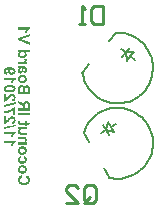
<source format=gbo>
G04*
G04 #@! TF.GenerationSoftware,Altium Limited,Altium Designer,19.0.9 (268)*
G04*
G04 Layer_Color=32896*
%FSLAX25Y25*%
%MOIN*%
G70*
G01*
G75*
%ADD11C,0.01000*%
%ADD19C,0.00500*%
G36*
X30874Y68419D02*
X30810Y68392D01*
X30746Y68362D01*
X30630Y68295D01*
X30525Y68216D01*
X30476Y68179D01*
X30435Y68141D01*
X30394Y68104D01*
X30360Y68070D01*
X30330Y68036D01*
X30304Y68010D01*
X30285Y67988D01*
X30270Y67969D01*
X30263Y67958D01*
X30259Y67954D01*
X30210Y67890D01*
X30169Y67830D01*
X30094Y67714D01*
X30030Y67609D01*
X30004Y67560D01*
X29981Y67515D01*
X29963Y67474D01*
X29948Y67440D01*
X29932Y67406D01*
X29921Y67380D01*
X29914Y67361D01*
X29906Y67343D01*
X29902Y67335D01*
Y67331D01*
X29235D01*
X29272Y67432D01*
X29310Y67530D01*
X29355Y67624D01*
X29396Y67710D01*
X29445Y67796D01*
X29490Y67875D01*
X29535Y67946D01*
X29580Y68014D01*
X29621Y68074D01*
X29662Y68126D01*
X29696Y68175D01*
X29730Y68212D01*
X29752Y68243D01*
X29775Y68265D01*
X29786Y68280D01*
X29790Y68284D01*
X27015D01*
Y69019D01*
X30874D01*
Y68419D01*
D02*
G37*
G36*
X30859Y66083D02*
X28012Y65137D01*
X30859Y64166D01*
Y63326D01*
X27015Y64695D01*
Y65531D01*
X30859Y66908D01*
Y66083D01*
D02*
G37*
G36*
Y60757D02*
X29471D01*
X29539Y60694D01*
X29599Y60626D01*
X29651Y60555D01*
X29696Y60488D01*
X29734Y60420D01*
X29768Y60352D01*
X29794Y60285D01*
X29812Y60225D01*
X29827Y60165D01*
X29842Y60113D01*
X29850Y60067D01*
X29854Y60026D01*
X29858Y59992D01*
X29861Y59970D01*
Y59948D01*
X29858Y59854D01*
X29846Y59764D01*
X29827Y59681D01*
X29805Y59602D01*
X29775Y59527D01*
X29745Y59456D01*
X29711Y59392D01*
X29678Y59336D01*
X29640Y59284D01*
X29606Y59235D01*
X29576Y59197D01*
X29550Y59164D01*
X29524Y59137D01*
X29505Y59119D01*
X29494Y59108D01*
X29490Y59104D01*
X29419Y59048D01*
X29340Y58995D01*
X29254Y58950D01*
X29168Y58912D01*
X29078Y58882D01*
X28988Y58856D01*
X28901Y58834D01*
X28815Y58815D01*
X28732Y58800D01*
X28657Y58793D01*
X28590Y58785D01*
X28530Y58777D01*
X28481D01*
X28444Y58774D01*
X28433D01*
X28421D01*
X28418D01*
X28414D01*
X28286Y58777D01*
X28170Y58789D01*
X28058Y58804D01*
X27956Y58826D01*
X27859Y58852D01*
X27769Y58882D01*
X27690Y58912D01*
X27619Y58946D01*
X27551Y58976D01*
X27495Y59006D01*
X27450Y59036D01*
X27409Y59062D01*
X27379Y59085D01*
X27356Y59100D01*
X27341Y59111D01*
X27338Y59115D01*
X27270Y59179D01*
X27210Y59250D01*
X27158Y59317D01*
X27112Y59389D01*
X27079Y59456D01*
X27045Y59524D01*
X27019Y59591D01*
X27000Y59655D01*
X26985Y59711D01*
X26970Y59768D01*
X26963Y59816D01*
X26959Y59857D01*
X26955Y59891D01*
X26951Y59914D01*
Y59936D01*
X26955Y60022D01*
X26970Y60109D01*
X26989Y60188D01*
X27011Y60255D01*
X27030Y60315D01*
X27041Y60341D01*
X27049Y60360D01*
X27056Y60379D01*
X27064Y60390D01*
X27068Y60397D01*
Y60401D01*
X27116Y60484D01*
X27172Y60562D01*
X27233Y60630D01*
X27289Y60690D01*
X27341Y60739D01*
X27386Y60776D01*
X27401Y60787D01*
X27413Y60799D01*
X27420Y60803D01*
X27424Y60806D01*
X27015D01*
Y61493D01*
X30859D01*
Y60757D01*
D02*
G37*
G36*
X29768Y58530D02*
X29801Y58444D01*
X29827Y58361D01*
X29842Y58286D01*
X29854Y58226D01*
X29858Y58196D01*
Y58174D01*
X29861Y58159D01*
Y58132D01*
X29858Y58069D01*
X29846Y58009D01*
X29831Y57952D01*
X29816Y57907D01*
X29801Y57870D01*
X29786Y57840D01*
X29775Y57821D01*
X29771Y57814D01*
X29752Y57788D01*
X29730Y57761D01*
X29678Y57705D01*
X29618Y57656D01*
X29554Y57608D01*
X29498Y57566D01*
X29471Y57547D01*
X29449Y57533D01*
X29430Y57521D01*
X29415Y57510D01*
X29408Y57506D01*
X29404Y57503D01*
X29801D01*
Y56816D01*
X27015D01*
Y57551D01*
X27874D01*
X28001D01*
X28117Y57555D01*
X28223Y57559D01*
X28320Y57563D01*
X28403Y57566D01*
X28481Y57570D01*
X28545Y57578D01*
X28605Y57581D01*
X28654Y57589D01*
X28695Y57592D01*
X28732Y57596D01*
X28759Y57604D01*
X28778Y57608D01*
X28793D01*
X28800Y57611D01*
X28804D01*
X28883Y57638D01*
X28946Y57664D01*
X29002Y57690D01*
X29044Y57720D01*
X29078Y57743D01*
X29100Y57761D01*
X29111Y57776D01*
X29115Y57780D01*
X29145Y57821D01*
X29164Y57866D01*
X29179Y57911D01*
X29190Y57952D01*
X29197Y57990D01*
X29201Y58016D01*
Y58043D01*
X29197Y58103D01*
X29182Y58166D01*
X29164Y58223D01*
X29141Y58279D01*
X29115Y58324D01*
X29096Y58361D01*
X29089Y58372D01*
X29081Y58384D01*
X29078Y58388D01*
Y58391D01*
X29719Y58620D01*
X29768Y58530D01*
D02*
G37*
G36*
X27090Y56250D02*
X27158Y56220D01*
X27221Y56198D01*
X27274Y56179D01*
X27323Y56164D01*
X27356Y56156D01*
X27379Y56149D01*
X27386D01*
X27420Y56141D01*
X27461Y56138D01*
X27544Y56130D01*
X27634Y56122D01*
X27724Y56119D01*
X27803D01*
X27836Y56115D01*
X27866D01*
X27893D01*
X27911D01*
X27922D01*
X27926D01*
X28789Y56126D01*
X28875D01*
X28954Y56122D01*
X29029Y56119D01*
X29092Y56111D01*
X29153Y56104D01*
X29209Y56093D01*
X29254Y56085D01*
X29299Y56077D01*
X29333Y56066D01*
X29362Y56059D01*
X29389Y56047D01*
X29411Y56040D01*
X29426Y56036D01*
X29438Y56029D01*
X29441Y56025D01*
X29445D01*
X29509Y55984D01*
X29569Y55931D01*
X29618Y55875D01*
X29662Y55819D01*
X29696Y55766D01*
X29719Y55725D01*
X29730Y55706D01*
X29737Y55695D01*
X29741Y55687D01*
Y55684D01*
X29764Y55635D01*
X29783Y55582D01*
X29812Y55470D01*
X29831Y55346D01*
X29846Y55230D01*
X29850Y55174D01*
X29854Y55121D01*
X29858Y55072D01*
X29861Y55035D01*
Y54953D01*
X29858Y54855D01*
X29854Y54761D01*
X29842Y54675D01*
X29831Y54596D01*
X29816Y54521D01*
X29801Y54454D01*
X29783Y54394D01*
X29764Y54338D01*
X29745Y54289D01*
X29726Y54247D01*
X29711Y54214D01*
X29696Y54184D01*
X29685Y54161D01*
X29674Y54142D01*
X29670Y54135D01*
X29666Y54131D01*
X29629Y54083D01*
X29584Y54037D01*
X29490Y53955D01*
X29392Y53887D01*
X29295Y53835D01*
X29250Y53812D01*
X29209Y53794D01*
X29168Y53779D01*
X29138Y53768D01*
X29107Y53756D01*
X29089Y53749D01*
X29074Y53745D01*
X29070D01*
X28950Y54413D01*
X29017Y54439D01*
X29074Y54469D01*
X29119Y54499D01*
X29156Y54525D01*
X29186Y54551D01*
X29205Y54570D01*
X29216Y54585D01*
X29220Y54589D01*
X29246Y54634D01*
X29265Y54682D01*
X29280Y54735D01*
X29287Y54784D01*
X29295Y54829D01*
X29299Y54862D01*
Y54949D01*
X29295Y54997D01*
X29291Y55042D01*
X29284Y55084D01*
X29276Y55117D01*
X29269Y55151D01*
X29254Y55204D01*
X29235Y55245D01*
X29220Y55271D01*
X29209Y55290D01*
X29205Y55294D01*
X29168Y55327D01*
X29119Y55354D01*
X29070Y55373D01*
X29021Y55388D01*
X28973Y55395D01*
X28935Y55399D01*
X28920D01*
X28912D01*
X28905D01*
X28901D01*
X28830D01*
X28815Y55357D01*
X28796Y55309D01*
X28781Y55256D01*
X28766Y55200D01*
X28732Y55084D01*
X28706Y54964D01*
X28695Y54908D01*
X28680Y54855D01*
X28673Y54806D01*
X28661Y54765D01*
X28657Y54731D01*
X28650Y54705D01*
X28646Y54690D01*
Y54682D01*
X28631Y54611D01*
X28620Y54548D01*
X28605Y54488D01*
X28590Y54431D01*
X28575Y54379D01*
X28560Y54330D01*
X28545Y54285D01*
X28534Y54247D01*
X28523Y54214D01*
X28511Y54180D01*
X28500Y54158D01*
X28493Y54135D01*
X28485Y54120D01*
X28477Y54109D01*
X28474Y54101D01*
Y54097D01*
X28433Y54026D01*
X28387Y53962D01*
X28343Y53910D01*
X28297Y53865D01*
X28256Y53828D01*
X28223Y53805D01*
X28200Y53786D01*
X28196Y53782D01*
X28192D01*
X28121Y53745D01*
X28050Y53719D01*
X27979Y53696D01*
X27915Y53685D01*
X27859Y53677D01*
X27832Y53674D01*
X27814D01*
X27795Y53670D01*
X27784D01*
X27776D01*
X27773D01*
X27709Y53674D01*
X27645Y53681D01*
X27585Y53693D01*
X27529Y53707D01*
X27480Y53726D01*
X27431Y53749D01*
X27386Y53771D01*
X27345Y53794D01*
X27308Y53816D01*
X27277Y53839D01*
X27248Y53861D01*
X27225Y53880D01*
X27206Y53895D01*
X27195Y53906D01*
X27187Y53914D01*
X27184Y53917D01*
X27143Y53966D01*
X27109Y54019D01*
X27075Y54071D01*
X27049Y54128D01*
X27026Y54184D01*
X27007Y54240D01*
X26981Y54349D01*
X26970Y54397D01*
X26963Y54443D01*
X26959Y54488D01*
X26955Y54521D01*
X26951Y54551D01*
Y54593D01*
X26955Y54682D01*
X26966Y54769D01*
X26981Y54848D01*
X26996Y54915D01*
X27011Y54975D01*
X27019Y54997D01*
X27026Y55016D01*
X27034Y55031D01*
X27038Y55042D01*
X27041Y55050D01*
Y55054D01*
X27079Y55133D01*
X27124Y55208D01*
X27169Y55275D01*
X27214Y55335D01*
X27251Y55388D01*
X27285Y55425D01*
X27296Y55440D01*
X27308Y55451D01*
X27311Y55455D01*
X27315Y55459D01*
X27308Y55462D01*
X27292Y55466D01*
X27266Y55474D01*
X27240Y55481D01*
X27233Y55485D01*
X27229D01*
X27180Y55500D01*
X27135Y55515D01*
X27097Y55526D01*
X27068Y55537D01*
X27045Y55545D01*
X27030Y55553D01*
X27019Y55556D01*
X27015D01*
Y56284D01*
X27090Y56250D01*
D02*
G37*
G36*
X24375Y55824D02*
X24547Y55813D01*
X24709Y55794D01*
X24859Y55768D01*
X24990Y55742D01*
X25114Y55708D01*
X25223Y55674D01*
X25320Y55641D01*
X25406Y55603D01*
X25477Y55569D01*
X25541Y55536D01*
X25590Y55509D01*
X25627Y55483D01*
X25654Y55464D01*
X25673Y55453D01*
X25676Y55449D01*
X25755Y55378D01*
X25826Y55299D01*
X25886Y55221D01*
X25939Y55142D01*
X25984Y55059D01*
X26017Y54981D01*
X26048Y54902D01*
X26074Y54831D01*
X26092Y54759D01*
X26107Y54696D01*
X26115Y54636D01*
X26122Y54587D01*
X26126Y54546D01*
X26130Y54516D01*
Y54489D01*
X26126Y54392D01*
X26115Y54298D01*
X26096Y54208D01*
X26074Y54126D01*
X26048Y54047D01*
X26017Y53976D01*
X25984Y53908D01*
X25950Y53844D01*
X25916Y53792D01*
X25883Y53743D01*
X25853Y53702D01*
X25826Y53668D01*
X25804Y53642D01*
X25785Y53619D01*
X25774Y53608D01*
X25770Y53604D01*
X25703Y53544D01*
X25627Y53492D01*
X25552Y53443D01*
X25474Y53406D01*
X25395Y53372D01*
X25316Y53342D01*
X25238Y53319D01*
X25166Y53304D01*
X25095Y53289D01*
X25031Y53278D01*
X24975Y53271D01*
X24926Y53263D01*
X24885D01*
X24855Y53259D01*
X24836D01*
X24829D01*
X24727Y53263D01*
X24630Y53274D01*
X24536Y53289D01*
X24450Y53312D01*
X24367Y53334D01*
X24293Y53364D01*
X24225Y53391D01*
X24161Y53424D01*
X24105Y53454D01*
X24056Y53484D01*
X24015Y53511D01*
X23981Y53533D01*
X23955Y53556D01*
X23933Y53571D01*
X23921Y53582D01*
X23918Y53586D01*
X23857Y53649D01*
X23801Y53713D01*
X23756Y53781D01*
X23715Y53848D01*
X23681Y53912D01*
X23655Y53979D01*
X23632Y54043D01*
X23614Y54103D01*
X23599Y54156D01*
X23587Y54208D01*
X23580Y54253D01*
X23573Y54294D01*
Y54324D01*
X23569Y54351D01*
Y54369D01*
X23573Y54448D01*
X23584Y54519D01*
X23599Y54591D01*
X23618Y54654D01*
X23644Y54718D01*
X23670Y54774D01*
X23700Y54827D01*
X23730Y54876D01*
X23760Y54921D01*
X23790Y54958D01*
X23816Y54988D01*
X23843Y55018D01*
X23861Y55037D01*
X23876Y55056D01*
X23888Y55063D01*
X23891Y55067D01*
X23771Y55056D01*
X23663Y55044D01*
X23565Y55029D01*
X23475Y55014D01*
X23396Y54999D01*
X23325Y54981D01*
X23261Y54966D01*
X23205Y54947D01*
X23160Y54932D01*
X23119Y54913D01*
X23085Y54898D01*
X23063Y54887D01*
X23040Y54876D01*
X23029Y54868D01*
X23021Y54864D01*
X23018Y54861D01*
X22980Y54831D01*
X22950Y54801D01*
X22924Y54767D01*
X22897Y54733D01*
X22860Y54669D01*
X22838Y54609D01*
X22822Y54557D01*
X22815Y54512D01*
X22811Y54497D01*
Y54474D01*
X22815Y54411D01*
X22826Y54351D01*
X22845Y54302D01*
X22864Y54261D01*
X22879Y54227D01*
X22897Y54201D01*
X22909Y54186D01*
X22912Y54182D01*
X22957Y54144D01*
X23006Y54114D01*
X23063Y54092D01*
X23115Y54073D01*
X23164Y54062D01*
X23201Y54054D01*
X23216Y54051D01*
X23227Y54047D01*
X23235D01*
X23239D01*
X23160Y53334D01*
X23074Y53349D01*
X22991Y53372D01*
X22916Y53394D01*
X22845Y53421D01*
X22781Y53451D01*
X22721Y53481D01*
X22669Y53511D01*
X22620Y53541D01*
X22579Y53567D01*
X22541Y53597D01*
X22511Y53619D01*
X22485Y53642D01*
X22466Y53661D01*
X22451Y53676D01*
X22444Y53683D01*
X22440Y53687D01*
X22399Y53743D01*
X22361Y53799D01*
X22328Y53859D01*
X22301Y53919D01*
X22279Y53979D01*
X22260Y54043D01*
X22230Y54159D01*
X22219Y54212D01*
X22211Y54261D01*
X22208Y54306D01*
X22204Y54343D01*
X22200Y54373D01*
Y54418D01*
X22204Y54534D01*
X22219Y54643D01*
X22241Y54744D01*
X22271Y54842D01*
X22309Y54932D01*
X22346Y55014D01*
X22388Y55093D01*
X22433Y55161D01*
X22478Y55224D01*
X22519Y55277D01*
X22556Y55326D01*
X22594Y55363D01*
X22624Y55393D01*
X22646Y55416D01*
X22661Y55431D01*
X22665Y55434D01*
X22759Y55506D01*
X22864Y55566D01*
X22980Y55618D01*
X23100Y55663D01*
X23227Y55701D01*
X23351Y55731D01*
X23479Y55757D01*
X23603Y55779D01*
X23719Y55794D01*
X23831Y55806D01*
X23929Y55817D01*
X23974Y55821D01*
X24015D01*
X24053Y55824D01*
X24086D01*
X24116Y55828D01*
X24142D01*
X24161D01*
X24176D01*
X24184D01*
X24187D01*
X24375Y55824D01*
D02*
G37*
G36*
X26130Y51617D02*
X26066Y51591D01*
X26002Y51561D01*
X25886Y51493D01*
X25781Y51414D01*
X25732Y51377D01*
X25691Y51339D01*
X25650Y51302D01*
X25616Y51268D01*
X25586Y51234D01*
X25560Y51208D01*
X25541Y51186D01*
X25526Y51167D01*
X25519Y51156D01*
X25515Y51152D01*
X25466Y51088D01*
X25425Y51028D01*
X25350Y50912D01*
X25286Y50807D01*
X25260Y50758D01*
X25238Y50713D01*
X25219Y50672D01*
X25204Y50638D01*
X25189Y50604D01*
X25177Y50578D01*
X25170Y50559D01*
X25163Y50541D01*
X25159Y50533D01*
Y50529D01*
X24491D01*
X24529Y50631D01*
X24566Y50728D01*
X24611Y50822D01*
X24653Y50908D01*
X24701Y50994D01*
X24746Y51073D01*
X24791Y51144D01*
X24836Y51212D01*
X24878Y51272D01*
X24919Y51324D01*
X24952Y51373D01*
X24986Y51411D01*
X25009Y51441D01*
X25031Y51463D01*
X25043Y51478D01*
X25046Y51482D01*
X22271D01*
Y52217D01*
X26130D01*
Y51617D01*
D02*
G37*
G36*
X28530Y53284D02*
X28639Y53269D01*
X28744Y53250D01*
X28841Y53224D01*
X28931Y53194D01*
X29017Y53160D01*
X29096Y53123D01*
X29168Y53085D01*
X29231Y53048D01*
X29287Y53010D01*
X29336Y52976D01*
X29374Y52946D01*
X29408Y52920D01*
X29430Y52901D01*
X29445Y52886D01*
X29449Y52882D01*
X29520Y52804D01*
X29584Y52721D01*
X29640Y52635D01*
X29689Y52549D01*
X29726Y52463D01*
X29760Y52376D01*
X29786Y52294D01*
X29809Y52211D01*
X29827Y52136D01*
X29839Y52065D01*
X29850Y52005D01*
X29854Y51949D01*
X29858Y51904D01*
X29861Y51874D01*
Y51844D01*
X29858Y51769D01*
X29854Y51694D01*
X29831Y51555D01*
X29820Y51491D01*
X29805Y51428D01*
X29786Y51371D01*
X29771Y51319D01*
X29752Y51270D01*
X29737Y51229D01*
X29719Y51191D01*
X29708Y51161D01*
X29696Y51135D01*
X29685Y51116D01*
X29681Y51105D01*
X29678Y51101D01*
X29644Y51041D01*
X29603Y50985D01*
X29520Y50884D01*
X29475Y50835D01*
X29434Y50794D01*
X29389Y50756D01*
X29348Y50722D01*
X29306Y50692D01*
X29272Y50666D01*
X29239Y50644D01*
X29209Y50625D01*
X29186Y50610D01*
X29168Y50599D01*
X29156Y50595D01*
X29153Y50591D01*
X29089Y50561D01*
X29025Y50531D01*
X28898Y50486D01*
X28778Y50456D01*
X28721Y50445D01*
X28669Y50434D01*
X28624Y50426D01*
X28579Y50423D01*
X28541Y50415D01*
X28508D01*
X28481Y50411D01*
X28459D01*
X28447D01*
X28444D01*
X28357Y50415D01*
X28271Y50419D01*
X28189Y50426D01*
X28114Y50441D01*
X28043Y50453D01*
X27975Y50467D01*
X27915Y50486D01*
X27859Y50501D01*
X27806Y50520D01*
X27761Y50535D01*
X27724Y50550D01*
X27690Y50565D01*
X27664Y50576D01*
X27645Y50584D01*
X27634Y50587D01*
X27630Y50591D01*
X27570Y50629D01*
X27514Y50666D01*
X27461Y50708D01*
X27409Y50749D01*
X27364Y50794D01*
X27323Y50839D01*
X27285Y50880D01*
X27251Y50925D01*
X27221Y50963D01*
X27195Y51000D01*
X27172Y51034D01*
X27158Y51064D01*
X27143Y51086D01*
X27131Y51105D01*
X27128Y51116D01*
X27124Y51120D01*
X27094Y51187D01*
X27068Y51251D01*
X27022Y51382D01*
X26992Y51506D01*
X26981Y51562D01*
X26974Y51615D01*
X26966Y51667D01*
X26959Y51713D01*
X26955Y51754D01*
Y51788D01*
X26951Y51814D01*
Y51851D01*
X26955Y51964D01*
X26970Y52073D01*
X26989Y52178D01*
X27015Y52271D01*
X27049Y52365D01*
X27082Y52447D01*
X27120Y52526D01*
X27158Y52597D01*
X27195Y52661D01*
X27233Y52718D01*
X27270Y52766D01*
X27300Y52804D01*
X27326Y52838D01*
X27345Y52860D01*
X27360Y52875D01*
X27364Y52879D01*
X27442Y52950D01*
X27529Y53014D01*
X27615Y53070D01*
X27705Y53115D01*
X27791Y53156D01*
X27878Y53186D01*
X27964Y53216D01*
X28046Y53235D01*
X28121Y53254D01*
X28192Y53265D01*
X28253Y53276D01*
X28309Y53280D01*
X28354Y53284D01*
X28387Y53288D01*
X28406D01*
X28414D01*
X28530Y53284D01*
D02*
G37*
G36*
X24364Y49836D02*
X24547Y49824D01*
X24716Y49806D01*
X24870Y49779D01*
X25012Y49753D01*
X25140Y49719D01*
X25256Y49686D01*
X25357Y49652D01*
X25447Y49618D01*
X25523Y49584D01*
X25586Y49551D01*
X25639Y49524D01*
X25680Y49498D01*
X25706Y49479D01*
X25725Y49468D01*
X25729Y49464D01*
X25800Y49404D01*
X25860Y49337D01*
X25916Y49266D01*
X25961Y49194D01*
X25999Y49123D01*
X26033Y49048D01*
X26059Y48977D01*
X26081Y48909D01*
X26096Y48846D01*
X26107Y48786D01*
X26119Y48729D01*
X26122Y48684D01*
X26126Y48643D01*
X26130Y48617D01*
Y48591D01*
X26126Y48489D01*
X26115Y48392D01*
X26092Y48302D01*
X26070Y48219D01*
X26040Y48141D01*
X26006Y48069D01*
X25969Y48006D01*
X25935Y47946D01*
X25897Y47893D01*
X25860Y47848D01*
X25826Y47811D01*
X25796Y47777D01*
X25774Y47754D01*
X25755Y47736D01*
X25740Y47724D01*
X25736Y47721D01*
X25639Y47653D01*
X25534Y47597D01*
X25414Y47548D01*
X25290Y47503D01*
X25163Y47469D01*
X25031Y47436D01*
X24904Y47413D01*
X24776Y47394D01*
X24656Y47376D01*
X24540Y47364D01*
X24439Y47357D01*
X24394Y47353D01*
X24349D01*
X24311Y47349D01*
X24277D01*
X24248Y47346D01*
X24221D01*
X24199D01*
X24184D01*
X24176D01*
X24172D01*
X24071D01*
X23974Y47349D01*
X23880Y47353D01*
X23790Y47361D01*
X23704Y47368D01*
X23621Y47376D01*
X23468Y47398D01*
X23325Y47424D01*
X23201Y47454D01*
X23089Y47484D01*
X22987Y47518D01*
X22905Y47548D01*
X22830Y47578D01*
X22770Y47608D01*
X22721Y47634D01*
X22684Y47657D01*
X22658Y47672D01*
X22639Y47683D01*
X22635Y47687D01*
X22560Y47754D01*
X22492Y47826D01*
X22436Y47897D01*
X22388Y47976D01*
X22346Y48051D01*
X22312Y48126D01*
X22283Y48197D01*
X22260Y48268D01*
X22245Y48336D01*
X22230Y48396D01*
X22222Y48452D01*
X22215Y48497D01*
X22211Y48538D01*
X22208Y48564D01*
Y48591D01*
X22211Y48692D01*
X22226Y48789D01*
X22245Y48879D01*
X22267Y48962D01*
X22298Y49041D01*
X22331Y49112D01*
X22365Y49176D01*
X22402Y49236D01*
X22440Y49288D01*
X22474Y49333D01*
X22508Y49371D01*
X22537Y49404D01*
X22560Y49427D01*
X22582Y49446D01*
X22594Y49457D01*
X22598Y49461D01*
X22695Y49528D01*
X22800Y49584D01*
X22920Y49637D01*
X23044Y49678D01*
X23171Y49716D01*
X23302Y49746D01*
X23434Y49772D01*
X23561Y49791D01*
X23681Y49809D01*
X23794Y49821D01*
X23899Y49828D01*
X23944Y49832D01*
X23989D01*
X24026Y49836D01*
X24060D01*
X24090Y49839D01*
X24116D01*
X24139D01*
X24154D01*
X24161D01*
X24165D01*
X24364Y49836D01*
D02*
G37*
G36*
X28185Y49927D02*
X28245Y49924D01*
X28357Y49901D01*
X28455Y49871D01*
X28500Y49852D01*
X28537Y49837D01*
X28575Y49819D01*
X28609Y49800D01*
X28635Y49785D01*
X28657Y49770D01*
X28676Y49759D01*
X28691Y49747D01*
X28699Y49744D01*
X28703Y49740D01*
X28747Y49703D01*
X28789Y49665D01*
X28864Y49579D01*
X28924Y49489D01*
X28973Y49402D01*
X29010Y49324D01*
X29025Y49290D01*
X29036Y49260D01*
X29044Y49237D01*
X29051Y49219D01*
X29055Y49207D01*
Y49204D01*
X29104Y49290D01*
X29156Y49369D01*
X29212Y49436D01*
X29265Y49492D01*
X29314Y49538D01*
X29355Y49571D01*
X29370Y49582D01*
X29381Y49590D01*
X29389Y49597D01*
X29392D01*
X29479Y49646D01*
X29565Y49684D01*
X29647Y49710D01*
X29726Y49725D01*
X29790Y49736D01*
X29820Y49740D01*
X29842D01*
X29861Y49744D01*
X29876D01*
X29884D01*
X29888D01*
X29978Y49740D01*
X30064Y49725D01*
X30139Y49706D01*
X30206Y49684D01*
X30263Y49661D01*
X30285Y49650D01*
X30304Y49643D01*
X30319Y49635D01*
X30330Y49628D01*
X30334Y49624D01*
X30338D01*
X30409Y49579D01*
X30472Y49530D01*
X30529Y49477D01*
X30574Y49433D01*
X30611Y49391D01*
X30637Y49358D01*
X30656Y49335D01*
X30660Y49331D01*
Y49327D01*
X30701Y49260D01*
X30735Y49189D01*
X30761Y49125D01*
X30784Y49061D01*
X30799Y49005D01*
X30810Y48964D01*
X30814Y48949D01*
X30817Y48937D01*
Y48926D01*
X30825Y48881D01*
X30832Y48832D01*
X30840Y48728D01*
X30847Y48615D01*
X30855Y48502D01*
Y48405D01*
X30859Y48360D01*
Y46714D01*
X27015D01*
Y48150D01*
X27019Y48274D01*
Y48480D01*
X27022Y48566D01*
Y48641D01*
X27026Y48709D01*
Y48765D01*
X27030Y48814D01*
Y48855D01*
X27034Y48889D01*
Y48915D01*
X27038Y48934D01*
Y48956D01*
X27056Y49069D01*
X27082Y49166D01*
X27112Y49256D01*
X27143Y49331D01*
X27158Y49361D01*
X27172Y49391D01*
X27187Y49417D01*
X27199Y49436D01*
X27206Y49451D01*
X27214Y49463D01*
X27221Y49470D01*
Y49474D01*
X27281Y49549D01*
X27345Y49616D01*
X27409Y49672D01*
X27472Y49721D01*
X27529Y49759D01*
X27555Y49774D01*
X27574Y49785D01*
X27593Y49796D01*
X27604Y49804D01*
X27611Y49808D01*
X27615D01*
X27709Y49849D01*
X27803Y49879D01*
X27889Y49901D01*
X27964Y49916D01*
X28031Y49924D01*
X28058Y49927D01*
X28080Y49931D01*
X28099D01*
X28114D01*
X28121D01*
X28125D01*
X28185Y49927D01*
D02*
G37*
G36*
X25140Y46847D02*
X25223Y46836D01*
X25297Y46821D01*
X25369Y46798D01*
X25436Y46776D01*
X25500Y46749D01*
X25560Y46719D01*
X25613Y46689D01*
X25657Y46656D01*
X25703Y46629D01*
X25736Y46599D01*
X25766Y46577D01*
X25793Y46554D01*
X25807Y46539D01*
X25819Y46528D01*
X25822Y46524D01*
X25875Y46461D01*
X25924Y46393D01*
X25965Y46322D01*
X25999Y46247D01*
X26029Y46172D01*
X26055Y46097D01*
X26074Y46026D01*
X26092Y45954D01*
X26104Y45891D01*
X26115Y45827D01*
X26122Y45774D01*
X26126Y45726D01*
Y45688D01*
X26130Y45658D01*
Y45632D01*
X26126Y45538D01*
X26119Y45444D01*
X26104Y45358D01*
X26089Y45276D01*
X26070Y45201D01*
X26048Y45129D01*
X26021Y45062D01*
X25999Y45002D01*
X25973Y44949D01*
X25946Y44901D01*
X25924Y44863D01*
X25905Y44829D01*
X25890Y44799D01*
X25875Y44781D01*
X25868Y44769D01*
X25864Y44766D01*
X25811Y44706D01*
X25751Y44649D01*
X25684Y44601D01*
X25616Y44556D01*
X25545Y44518D01*
X25470Y44484D01*
X25399Y44454D01*
X25328Y44432D01*
X25260Y44413D01*
X25196Y44394D01*
X25140Y44383D01*
X25087Y44372D01*
X25046Y44364D01*
X25016Y44361D01*
X24997Y44357D01*
X24990D01*
X24919Y45092D01*
X24975Y45096D01*
X25031Y45103D01*
X25080Y45114D01*
X25125Y45126D01*
X25166Y45137D01*
X25204Y45148D01*
X25238Y45163D01*
X25267Y45174D01*
X25316Y45201D01*
X25350Y45223D01*
X25369Y45238D01*
X25376Y45246D01*
X25425Y45302D01*
X25459Y45362D01*
X25485Y45422D01*
X25500Y45482D01*
X25511Y45534D01*
X25515Y45576D01*
X25519Y45591D01*
Y45613D01*
X25511Y45696D01*
X25496Y45767D01*
X25477Y45831D01*
X25451Y45883D01*
X25425Y45924D01*
X25406Y45954D01*
X25391Y45969D01*
X25384Y45977D01*
X25331Y46022D01*
X25267Y46056D01*
X25207Y46078D01*
X25144Y46097D01*
X25091Y46104D01*
X25046Y46108D01*
X25027Y46112D01*
X25016D01*
X25009D01*
X25005D01*
X24923Y46104D01*
X24840Y46089D01*
X24765Y46063D01*
X24698Y46037D01*
X24637Y46007D01*
X24615Y45996D01*
X24592Y45981D01*
X24577Y45973D01*
X24566Y45966D01*
X24559Y45958D01*
X24555D01*
X24521Y45932D01*
X24480Y45898D01*
X24435Y45861D01*
X24386Y45816D01*
X24338Y45767D01*
X24285Y45714D01*
X24180Y45609D01*
X24127Y45561D01*
X24082Y45512D01*
X24037Y45467D01*
X24000Y45426D01*
X23970Y45396D01*
X23944Y45369D01*
X23929Y45354D01*
X23925Y45347D01*
X23820Y45234D01*
X23722Y45133D01*
X23629Y45039D01*
X23539Y44957D01*
X23456Y44882D01*
X23381Y44814D01*
X23310Y44754D01*
X23250Y44702D01*
X23194Y44657D01*
X23145Y44616D01*
X23100Y44586D01*
X23066Y44559D01*
X23040Y44541D01*
X23018Y44529D01*
X23006Y44522D01*
X23002Y44518D01*
X22939Y44481D01*
X22871Y44447D01*
X22744Y44394D01*
X22620Y44349D01*
X22564Y44331D01*
X22508Y44316D01*
X22459Y44304D01*
X22410Y44293D01*
X22373Y44286D01*
X22339Y44282D01*
X22309Y44274D01*
X22290D01*
X22275Y44271D01*
X22271D01*
Y46851D01*
X22957D01*
Y45388D01*
X23029Y45433D01*
X23066Y45459D01*
X23096Y45482D01*
X23122Y45504D01*
X23141Y45519D01*
X23156Y45531D01*
X23160Y45534D01*
X23182Y45553D01*
X23209Y45579D01*
X23239Y45609D01*
X23272Y45643D01*
X23340Y45714D01*
X23411Y45789D01*
X23479Y45861D01*
X23505Y45894D01*
X23531Y45921D01*
X23554Y45943D01*
X23569Y45962D01*
X23580Y45973D01*
X23584Y45977D01*
X23644Y46041D01*
X23696Y46101D01*
X23749Y46153D01*
X23794Y46202D01*
X23839Y46247D01*
X23880Y46284D01*
X23918Y46322D01*
X23947Y46352D01*
X23978Y46378D01*
X24004Y46401D01*
X24026Y46419D01*
X24045Y46434D01*
X24056Y46446D01*
X24068Y46453D01*
X24071Y46461D01*
X24075D01*
X24169Y46532D01*
X24259Y46592D01*
X24341Y46644D01*
X24416Y46686D01*
X24476Y46716D01*
X24502Y46731D01*
X24521Y46738D01*
X24540Y46746D01*
X24551Y46753D01*
X24559Y46757D01*
X24563D01*
X24653Y46787D01*
X24739Y46809D01*
X24821Y46828D01*
X24900Y46839D01*
X24964Y46847D01*
X24990D01*
X25012Y46851D01*
X25031D01*
X25046D01*
X25054D01*
X25058D01*
X25140Y46847D01*
D02*
G37*
G36*
X26182Y43584D02*
X22208Y42636D01*
Y43179D01*
X26182Y44139D01*
Y43584D01*
D02*
G37*
G36*
X27765Y44325D02*
X27847Y44276D01*
X27919Y44227D01*
X27990Y44183D01*
X28050Y44137D01*
X28106Y44100D01*
X28159Y44063D01*
X28204Y44029D01*
X28245Y43999D01*
X28279Y43973D01*
X28309Y43950D01*
X28331Y43927D01*
X28354Y43913D01*
X28369Y43901D01*
X28380Y43890D01*
X28384Y43886D01*
X28387Y43883D01*
X28451Y43819D01*
X28511Y43751D01*
X28567Y43680D01*
X28616Y43616D01*
X28654Y43556D01*
X28673Y43534D01*
X28684Y43511D01*
X28695Y43492D01*
X28703Y43481D01*
X28710Y43474D01*
Y43470D01*
X28725Y43564D01*
X28747Y43650D01*
X28770Y43729D01*
X28796Y43804D01*
X28826Y43871D01*
X28856Y43935D01*
X28886Y43991D01*
X28916Y44040D01*
X28946Y44085D01*
X28973Y44122D01*
X28999Y44156D01*
X29021Y44183D01*
X29040Y44205D01*
X29055Y44220D01*
X29063Y44227D01*
X29066Y44231D01*
X29122Y44276D01*
X29179Y44314D01*
X29235Y44351D01*
X29295Y44377D01*
X29355Y44404D01*
X29415Y44423D01*
X29528Y44456D01*
X29580Y44464D01*
X29629Y44471D01*
X29670Y44479D01*
X29708Y44482D01*
X29737Y44486D01*
X29760D01*
X29775D01*
X29779D01*
X29842D01*
X29902Y44479D01*
X30019Y44460D01*
X30120Y44434D01*
X30165Y44419D01*
X30210Y44404D01*
X30248Y44385D01*
X30281Y44370D01*
X30311Y44355D01*
X30338Y44344D01*
X30356Y44333D01*
X30371Y44325D01*
X30379Y44321D01*
X30382Y44317D01*
X30431Y44284D01*
X30476Y44250D01*
X30551Y44175D01*
X30619Y44100D01*
X30667Y44029D01*
X30705Y43965D01*
X30720Y43939D01*
X30735Y43913D01*
X30742Y43894D01*
X30750Y43879D01*
X30754Y43871D01*
Y43867D01*
X30773Y43811D01*
X30788Y43751D01*
X30803Y43684D01*
X30814Y43613D01*
X30832Y43462D01*
X30847Y43316D01*
X30851Y43249D01*
X30855Y43185D01*
Y43125D01*
X30859Y43076D01*
Y41344D01*
X27015D01*
Y42120D01*
X28620D01*
Y42368D01*
X28613Y42450D01*
X28605Y42518D01*
X28598Y42574D01*
X28590Y42615D01*
X28583Y42645D01*
X28579Y42660D01*
X28575Y42667D01*
X28556Y42713D01*
X28530Y42757D01*
X28504Y42795D01*
X28477Y42829D01*
X28451Y42859D01*
X28433Y42881D01*
X28418Y42896D01*
X28414Y42900D01*
X28387Y42922D01*
X28357Y42949D01*
X28320Y42979D01*
X28279Y43009D01*
X28185Y43076D01*
X28087Y43144D01*
X27997Y43207D01*
X27960Y43238D01*
X27922Y43260D01*
X27893Y43279D01*
X27870Y43297D01*
X27855Y43305D01*
X27851Y43309D01*
X27015Y43867D01*
Y44798D01*
X27765Y44325D01*
D02*
G37*
G36*
X26066Y39887D02*
X25380D01*
Y41556D01*
X25256Y41462D01*
X25129Y41372D01*
X25001Y41286D01*
X24870Y41207D01*
X24746Y41136D01*
X24622Y41064D01*
X24502Y41004D01*
X24390Y40948D01*
X24289Y40896D01*
X24191Y40854D01*
X24109Y40813D01*
X24034Y40783D01*
X24004Y40772D01*
X23978Y40761D01*
X23951Y40749D01*
X23933Y40742D01*
X23918Y40734D01*
X23906Y40731D01*
X23899Y40727D01*
X23895D01*
X23741Y40671D01*
X23587Y40622D01*
X23438Y40581D01*
X23291Y40543D01*
X23153Y40513D01*
X23018Y40487D01*
X22890Y40464D01*
X22774Y40446D01*
X22665Y40434D01*
X22568Y40423D01*
X22481Y40412D01*
X22410Y40408D01*
X22376Y40404D01*
X22350D01*
X22328D01*
X22309Y40401D01*
X22290D01*
X22279D01*
X22275D01*
X22271D01*
Y41109D01*
X22369D01*
X22466Y41117D01*
X22665Y41132D01*
X22856Y41162D01*
X22950Y41177D01*
X23036Y41192D01*
X23119Y41207D01*
X23190Y41222D01*
X23257Y41237D01*
X23314Y41248D01*
X23359Y41259D01*
X23392Y41267D01*
X23415Y41274D01*
X23423D01*
X23663Y41346D01*
X23775Y41383D01*
X23888Y41421D01*
X23992Y41462D01*
X24094Y41503D01*
X24187Y41544D01*
X24277Y41582D01*
X24356Y41619D01*
X24428Y41653D01*
X24491Y41687D01*
X24544Y41713D01*
X24589Y41736D01*
X24619Y41751D01*
X24637Y41762D01*
X24645Y41766D01*
X24750Y41826D01*
X24848Y41886D01*
X24941Y41946D01*
X25027Y42002D01*
X25106Y42058D01*
X25177Y42111D01*
X25245Y42159D01*
X25305Y42204D01*
X25357Y42249D01*
X25403Y42287D01*
X25440Y42321D01*
X25474Y42351D01*
X25496Y42373D01*
X25515Y42388D01*
X25526Y42399D01*
X25530Y42403D01*
X26066D01*
Y39887D01*
D02*
G37*
G36*
X30859Y39825D02*
X27015D01*
Y40601D01*
X30859D01*
Y39825D01*
D02*
G37*
G36*
X25140Y39384D02*
X25223Y39373D01*
X25297Y39358D01*
X25369Y39336D01*
X25436Y39313D01*
X25500Y39287D01*
X25560Y39257D01*
X25613Y39227D01*
X25657Y39193D01*
X25703Y39167D01*
X25736Y39137D01*
X25766Y39114D01*
X25793Y39092D01*
X25807Y39077D01*
X25819Y39066D01*
X25822Y39062D01*
X25875Y38998D01*
X25924Y38931D01*
X25965Y38859D01*
X25999Y38784D01*
X26029Y38709D01*
X26055Y38634D01*
X26074Y38563D01*
X26092Y38492D01*
X26104Y38428D01*
X26115Y38364D01*
X26122Y38312D01*
X26126Y38263D01*
Y38226D01*
X26130Y38196D01*
Y38169D01*
X26126Y38076D01*
X26119Y37982D01*
X26104Y37896D01*
X26089Y37813D01*
X26070Y37738D01*
X26048Y37667D01*
X26021Y37599D01*
X25999Y37539D01*
X25973Y37487D01*
X25946Y37438D01*
X25924Y37401D01*
X25905Y37367D01*
X25890Y37337D01*
X25875Y37318D01*
X25868Y37307D01*
X25864Y37303D01*
X25811Y37243D01*
X25751Y37187D01*
X25684Y37138D01*
X25616Y37093D01*
X25545Y37056D01*
X25470Y37022D01*
X25399Y36992D01*
X25328Y36969D01*
X25260Y36951D01*
X25196Y36932D01*
X25140Y36921D01*
X25087Y36909D01*
X25046Y36902D01*
X25016Y36898D01*
X24997Y36894D01*
X24990D01*
X24919Y37629D01*
X24975Y37633D01*
X25031Y37641D01*
X25080Y37652D01*
X25125Y37663D01*
X25166Y37674D01*
X25204Y37686D01*
X25238Y37701D01*
X25267Y37712D01*
X25316Y37738D01*
X25350Y37761D01*
X25369Y37776D01*
X25376Y37783D01*
X25425Y37839D01*
X25459Y37899D01*
X25485Y37959D01*
X25500Y38019D01*
X25511Y38072D01*
X25515Y38113D01*
X25519Y38128D01*
Y38151D01*
X25511Y38233D01*
X25496Y38304D01*
X25477Y38368D01*
X25451Y38421D01*
X25425Y38462D01*
X25406Y38492D01*
X25391Y38507D01*
X25384Y38514D01*
X25331Y38559D01*
X25267Y38593D01*
X25207Y38616D01*
X25144Y38634D01*
X25091Y38642D01*
X25046Y38646D01*
X25027Y38649D01*
X25016D01*
X25009D01*
X25005D01*
X24923Y38642D01*
X24840Y38627D01*
X24765Y38601D01*
X24698Y38574D01*
X24637Y38544D01*
X24615Y38533D01*
X24592Y38518D01*
X24577Y38511D01*
X24566Y38503D01*
X24559Y38496D01*
X24555D01*
X24521Y38469D01*
X24480Y38436D01*
X24435Y38398D01*
X24386Y38353D01*
X24338Y38304D01*
X24285Y38252D01*
X24180Y38147D01*
X24127Y38098D01*
X24082Y38049D01*
X24037Y38004D01*
X24000Y37963D01*
X23970Y37933D01*
X23944Y37907D01*
X23929Y37892D01*
X23925Y37884D01*
X23820Y37772D01*
X23722Y37671D01*
X23629Y37577D01*
X23539Y37494D01*
X23456Y37419D01*
X23381Y37352D01*
X23310Y37292D01*
X23250Y37239D01*
X23194Y37194D01*
X23145Y37153D01*
X23100Y37123D01*
X23066Y37097D01*
X23040Y37078D01*
X23018Y37067D01*
X23006Y37059D01*
X23002Y37056D01*
X22939Y37018D01*
X22871Y36984D01*
X22744Y36932D01*
X22620Y36887D01*
X22564Y36868D01*
X22508Y36853D01*
X22459Y36842D01*
X22410Y36831D01*
X22373Y36823D01*
X22339Y36819D01*
X22309Y36812D01*
X22290D01*
X22275Y36808D01*
X22271D01*
Y39388D01*
X22957D01*
Y37926D01*
X23029Y37971D01*
X23066Y37997D01*
X23096Y38019D01*
X23122Y38042D01*
X23141Y38057D01*
X23156Y38068D01*
X23160Y38072D01*
X23182Y38091D01*
X23209Y38117D01*
X23239Y38147D01*
X23272Y38181D01*
X23340Y38252D01*
X23411Y38327D01*
X23479Y38398D01*
X23505Y38432D01*
X23531Y38458D01*
X23554Y38481D01*
X23569Y38499D01*
X23580Y38511D01*
X23584Y38514D01*
X23644Y38578D01*
X23696Y38638D01*
X23749Y38691D01*
X23794Y38739D01*
X23839Y38784D01*
X23880Y38822D01*
X23918Y38859D01*
X23947Y38889D01*
X23978Y38916D01*
X24004Y38938D01*
X24026Y38957D01*
X24045Y38972D01*
X24056Y38983D01*
X24068Y38991D01*
X24071Y38998D01*
X24075D01*
X24169Y39069D01*
X24259Y39129D01*
X24341Y39182D01*
X24416Y39223D01*
X24476Y39253D01*
X24502Y39268D01*
X24521Y39276D01*
X24540Y39283D01*
X24551Y39291D01*
X24559Y39294D01*
X24563D01*
X24653Y39324D01*
X24739Y39347D01*
X24821Y39366D01*
X24900Y39377D01*
X24964Y39384D01*
X24990D01*
X25012Y39388D01*
X25031D01*
X25046D01*
X25054D01*
X25058D01*
X25140Y39384D01*
D02*
G37*
G36*
X27630Y37830D02*
X27608Y37762D01*
X27593Y37703D01*
X27577Y37650D01*
X27570Y37609D01*
X27566Y37575D01*
X27562Y37552D01*
Y37534D01*
X27566Y37481D01*
X27581Y37444D01*
X27585Y37429D01*
X27593Y37418D01*
X27596Y37410D01*
Y37406D01*
X27626Y37376D01*
X27656Y37358D01*
X27683Y37346D01*
X27686Y37343D01*
X27690D01*
X27705D01*
X27724Y37339D01*
X27746D01*
X27776Y37335D01*
X27840D01*
X27911Y37331D01*
X27975D01*
X28005D01*
X28035D01*
X28058D01*
X28073D01*
X28084D01*
X28087D01*
X29212D01*
Y37834D01*
X29801D01*
Y37331D01*
X30788D01*
X30356Y36596D01*
X29801D01*
Y36259D01*
X29212D01*
Y36596D01*
X27997D01*
X27926D01*
X27863D01*
X27803Y36600D01*
X27750D01*
X27701D01*
X27660Y36604D01*
X27623D01*
X27589Y36608D01*
X27562Y36611D01*
X27536D01*
X27518Y36615D01*
X27503D01*
X27491D01*
X27484Y36619D01*
X27476D01*
X27413Y36630D01*
X27356Y36645D01*
X27308Y36664D01*
X27266Y36679D01*
X27233Y36694D01*
X27206Y36709D01*
X27191Y36716D01*
X27187Y36720D01*
X27150Y36750D01*
X27116Y36788D01*
X27086Y36825D01*
X27064Y36866D01*
X27041Y36900D01*
X27026Y36926D01*
X27019Y36945D01*
X27015Y36952D01*
X26992Y37016D01*
X26978Y37076D01*
X26966Y37136D01*
X26959Y37192D01*
X26955Y37241D01*
X26951Y37279D01*
Y37312D01*
X26955Y37429D01*
X26970Y37541D01*
X26985Y37639D01*
X26996Y37684D01*
X27007Y37725D01*
X27015Y37762D01*
X27026Y37796D01*
X27034Y37822D01*
X27045Y37849D01*
X27049Y37868D01*
X27056Y37883D01*
X27060Y37890D01*
Y37894D01*
X27630Y37830D01*
D02*
G37*
G36*
X26182Y36122D02*
X22208Y35173D01*
Y35717D01*
X26182Y36677D01*
Y36122D01*
D02*
G37*
G36*
X29801Y35063D02*
X28624D01*
X28519D01*
X28421Y35059D01*
X28335D01*
X28256Y35055D01*
X28185Y35051D01*
X28125Y35044D01*
X28073Y35040D01*
X28024Y35036D01*
X27986Y35029D01*
X27953Y35025D01*
X27926Y35021D01*
X27907Y35014D01*
X27893Y35010D01*
X27881D01*
X27878Y35006D01*
X27874D01*
X27817Y34980D01*
X27769Y34950D01*
X27724Y34916D01*
X27686Y34883D01*
X27656Y34849D01*
X27634Y34826D01*
X27619Y34808D01*
X27615Y34800D01*
X27581Y34744D01*
X27555Y34684D01*
X27540Y34628D01*
X27525Y34575D01*
X27518Y34530D01*
X27514Y34492D01*
Y34462D01*
X27518Y34402D01*
X27525Y34350D01*
X27536Y34305D01*
X27551Y34264D01*
X27566Y34234D01*
X27577Y34207D01*
X27585Y34192D01*
X27589Y34189D01*
X27619Y34151D01*
X27656Y34121D01*
X27690Y34095D01*
X27724Y34073D01*
X27754Y34058D01*
X27776Y34046D01*
X27791Y34043D01*
X27799Y34039D01*
X27829Y34031D01*
X27866Y34027D01*
X27915Y34020D01*
X27968Y34016D01*
X28024Y34012D01*
X28084Y34009D01*
X28207Y34005D01*
X28267D01*
X28328D01*
X28380Y34001D01*
X28425D01*
X28462D01*
X28493D01*
X28511D01*
X28519D01*
X29801D01*
Y33266D01*
X28035D01*
X27964D01*
X27896Y33270D01*
X27832Y33274D01*
X27773Y33281D01*
X27716Y33289D01*
X27667Y33296D01*
X27619Y33307D01*
X27577Y33315D01*
X27540Y33323D01*
X27510Y33334D01*
X27480Y33341D01*
X27457Y33349D01*
X27439Y33356D01*
X27428Y33360D01*
X27420Y33364D01*
X27416D01*
X27338Y33405D01*
X27270Y33457D01*
X27210Y33510D01*
X27161Y33562D01*
X27124Y33611D01*
X27094Y33649D01*
X27082Y33664D01*
X27079Y33675D01*
X27071Y33683D01*
Y33686D01*
X27030Y33773D01*
X27004Y33859D01*
X26981Y33945D01*
X26966Y34024D01*
X26959Y34087D01*
X26955Y34117D01*
Y34144D01*
X26951Y34163D01*
Y34189D01*
X26955Y34290D01*
X26970Y34387D01*
X26992Y34477D01*
X27015Y34556D01*
X27026Y34590D01*
X27038Y34620D01*
X27049Y34646D01*
X27060Y34672D01*
X27068Y34688D01*
X27075Y34703D01*
X27079Y34710D01*
Y34714D01*
X27131Y34804D01*
X27187Y34883D01*
X27248Y34950D01*
X27304Y35006D01*
X27352Y35055D01*
X27394Y35089D01*
X27409Y35100D01*
X27420Y35107D01*
X27428Y35115D01*
X27015D01*
Y35798D01*
X29801D01*
Y35063D01*
D02*
G37*
G36*
X26130Y33707D02*
X26066Y33681D01*
X26002Y33651D01*
X25886Y33583D01*
X25781Y33504D01*
X25732Y33467D01*
X25691Y33429D01*
X25650Y33392D01*
X25616Y33358D01*
X25586Y33324D01*
X25560Y33298D01*
X25541Y33276D01*
X25526Y33257D01*
X25519Y33246D01*
X25515Y33242D01*
X25466Y33178D01*
X25425Y33118D01*
X25350Y33002D01*
X25286Y32897D01*
X25260Y32848D01*
X25238Y32803D01*
X25219Y32762D01*
X25204Y32728D01*
X25189Y32694D01*
X25177Y32668D01*
X25170Y32649D01*
X25163Y32631D01*
X25159Y32623D01*
Y32619D01*
X24491D01*
X24529Y32721D01*
X24566Y32818D01*
X24611Y32912D01*
X24653Y32998D01*
X24701Y33084D01*
X24746Y33163D01*
X24791Y33234D01*
X24836Y33302D01*
X24878Y33362D01*
X24919Y33414D01*
X24952Y33463D01*
X24986Y33501D01*
X25009Y33531D01*
X25031Y33553D01*
X25043Y33568D01*
X25046Y33572D01*
X22271D01*
Y34307D01*
X26130D01*
Y33707D01*
D02*
G37*
G36*
X28958Y32528D02*
X29044Y32524D01*
X29078Y32520D01*
X29111Y32516D01*
X29141Y32513D01*
X29168Y32509D01*
X29190Y32505D01*
X29209Y32501D01*
X29220Y32498D01*
X29231D01*
X29235Y32494D01*
X29239D01*
X29302Y32475D01*
X29359Y32452D01*
X29411Y32430D01*
X29456Y32404D01*
X29494Y32381D01*
X29524Y32366D01*
X29539Y32351D01*
X29546Y32348D01*
X29595Y32302D01*
X29640Y32254D01*
X29678Y32205D01*
X29711Y32156D01*
X29737Y32111D01*
X29756Y32074D01*
X29764Y32059D01*
X29768Y32048D01*
X29771Y32044D01*
Y32040D01*
X29801Y31965D01*
X29824Y31886D01*
X29839Y31811D01*
X29850Y31744D01*
X29858Y31684D01*
Y31661D01*
X29861Y31639D01*
Y31598D01*
X29858Y31496D01*
X29842Y31399D01*
X29816Y31305D01*
X29786Y31219D01*
X29752Y31140D01*
X29711Y31061D01*
X29670Y30994D01*
X29625Y30930D01*
X29580Y30874D01*
X29539Y30825D01*
X29498Y30780D01*
X29464Y30746D01*
X29434Y30716D01*
X29408Y30694D01*
X29392Y30683D01*
X29389Y30679D01*
X29801D01*
Y29992D01*
X27015D01*
Y30727D01*
X28275D01*
X28357D01*
X28436Y30731D01*
X28508D01*
X28571Y30735D01*
X28627Y30742D01*
X28680Y30746D01*
X28729Y30750D01*
X28770Y30757D01*
X28804Y30761D01*
X28834Y30765D01*
X28860Y30773D01*
X28879Y30776D01*
X28894Y30780D01*
X28905D01*
X28909Y30784D01*
X28912D01*
X28976Y30810D01*
X29032Y30840D01*
X29078Y30874D01*
X29119Y30911D01*
X29153Y30941D01*
X29175Y30968D01*
X29190Y30986D01*
X29194Y30994D01*
X29228Y31054D01*
X29254Y31114D01*
X29272Y31170D01*
X29287Y31223D01*
X29295Y31271D01*
X29299Y31305D01*
Y31339D01*
X29295Y31391D01*
X29287Y31444D01*
X29276Y31485D01*
X29261Y31523D01*
X29246Y31552D01*
X29235Y31575D01*
X29228Y31590D01*
X29224Y31594D01*
X29194Y31631D01*
X29160Y31665D01*
X29126Y31691D01*
X29092Y31714D01*
X29063Y31729D01*
X29040Y31744D01*
X29025Y31747D01*
X29017Y31751D01*
X28991Y31759D01*
X28954Y31766D01*
X28916Y31774D01*
X28871Y31781D01*
X28774Y31789D01*
X28676Y31793D01*
X28627Y31796D01*
X28583D01*
X28541Y31800D01*
X28504D01*
X28474D01*
X28451D01*
X28436D01*
X28433D01*
X27015D01*
Y32535D01*
X28744D01*
X28856D01*
X28958Y32528D01*
D02*
G37*
G36*
X26130Y30722D02*
X26066Y30696D01*
X26002Y30666D01*
X25886Y30598D01*
X25781Y30519D01*
X25732Y30482D01*
X25691Y30444D01*
X25650Y30407D01*
X25616Y30373D01*
X25586Y30339D01*
X25560Y30313D01*
X25541Y30291D01*
X25526Y30272D01*
X25519Y30261D01*
X25515Y30257D01*
X25466Y30193D01*
X25425Y30133D01*
X25350Y30017D01*
X25286Y29912D01*
X25260Y29863D01*
X25238Y29818D01*
X25219Y29777D01*
X25204Y29743D01*
X25189Y29709D01*
X25177Y29683D01*
X25170Y29664D01*
X25163Y29646D01*
X25159Y29638D01*
Y29634D01*
X24491D01*
X24529Y29736D01*
X24566Y29833D01*
X24611Y29927D01*
X24653Y30013D01*
X24701Y30099D01*
X24746Y30178D01*
X24791Y30249D01*
X24836Y30317D01*
X24878Y30377D01*
X24919Y30429D01*
X24952Y30478D01*
X24986Y30516D01*
X25009Y30546D01*
X25031Y30568D01*
X25043Y30583D01*
X25046Y30587D01*
X22271D01*
Y31322D01*
X26130D01*
Y30722D01*
D02*
G37*
G36*
X28530Y29419D02*
X28639Y29404D01*
X28744Y29385D01*
X28841Y29359D01*
X28931Y29329D01*
X29017Y29295D01*
X29096Y29258D01*
X29168Y29220D01*
X29231Y29182D01*
X29287Y29145D01*
X29336Y29111D01*
X29374Y29081D01*
X29408Y29055D01*
X29430Y29036D01*
X29445Y29021D01*
X29449Y29017D01*
X29520Y28939D01*
X29584Y28856D01*
X29640Y28770D01*
X29689Y28684D01*
X29726Y28598D01*
X29760Y28511D01*
X29786Y28429D01*
X29809Y28346D01*
X29827Y28271D01*
X29839Y28200D01*
X29850Y28140D01*
X29854Y28084D01*
X29858Y28039D01*
X29861Y28009D01*
Y27979D01*
X29858Y27904D01*
X29854Y27829D01*
X29831Y27690D01*
X29820Y27626D01*
X29805Y27562D01*
X29786Y27506D01*
X29771Y27454D01*
X29752Y27405D01*
X29737Y27364D01*
X29719Y27326D01*
X29708Y27296D01*
X29696Y27270D01*
X29685Y27251D01*
X29681Y27240D01*
X29678Y27236D01*
X29644Y27176D01*
X29603Y27120D01*
X29520Y27019D01*
X29475Y26970D01*
X29434Y26929D01*
X29389Y26891D01*
X29348Y26858D01*
X29306Y26827D01*
X29272Y26801D01*
X29239Y26779D01*
X29209Y26760D01*
X29186Y26745D01*
X29168Y26734D01*
X29156Y26730D01*
X29153Y26726D01*
X29089Y26696D01*
X29025Y26666D01*
X28898Y26621D01*
X28778Y26591D01*
X28721Y26580D01*
X28669Y26569D01*
X28624Y26561D01*
X28579Y26557D01*
X28541Y26550D01*
X28508D01*
X28481Y26546D01*
X28459D01*
X28447D01*
X28444D01*
X28357Y26550D01*
X28271Y26554D01*
X28189Y26561D01*
X28114Y26576D01*
X28043Y26588D01*
X27975Y26603D01*
X27915Y26621D01*
X27859Y26636D01*
X27806Y26655D01*
X27761Y26670D01*
X27724Y26685D01*
X27690Y26700D01*
X27664Y26711D01*
X27645Y26719D01*
X27634Y26722D01*
X27630Y26726D01*
X27570Y26764D01*
X27514Y26801D01*
X27461Y26842D01*
X27409Y26884D01*
X27364Y26929D01*
X27323Y26974D01*
X27285Y27015D01*
X27251Y27060D01*
X27221Y27097D01*
X27195Y27135D01*
X27172Y27169D01*
X27158Y27199D01*
X27143Y27221D01*
X27131Y27240D01*
X27128Y27251D01*
X27124Y27255D01*
X27094Y27323D01*
X27068Y27386D01*
X27022Y27518D01*
X26992Y27641D01*
X26981Y27698D01*
X26974Y27750D01*
X26966Y27803D01*
X26959Y27847D01*
X26955Y27889D01*
Y27922D01*
X26951Y27949D01*
Y27986D01*
X26955Y28099D01*
X26970Y28207D01*
X26989Y28313D01*
X27015Y28406D01*
X27049Y28500D01*
X27082Y28583D01*
X27120Y28661D01*
X27158Y28732D01*
X27195Y28796D01*
X27233Y28852D01*
X27270Y28901D01*
X27300Y28939D01*
X27326Y28973D01*
X27345Y28995D01*
X27360Y29010D01*
X27364Y29014D01*
X27442Y29085D01*
X27529Y29149D01*
X27615Y29205D01*
X27705Y29250D01*
X27791Y29291D01*
X27878Y29321D01*
X27964Y29351D01*
X28046Y29370D01*
X28121Y29389D01*
X28192Y29400D01*
X28253Y29411D01*
X28309Y29415D01*
X28354Y29419D01*
X28387Y29423D01*
X28406D01*
X28414D01*
X28530Y29419D01*
D02*
G37*
G36*
X28080Y25474D02*
X28027Y25462D01*
X27979Y25451D01*
X27934Y25436D01*
X27893Y25421D01*
X27821Y25387D01*
X27765Y25357D01*
X27720Y25328D01*
X27690Y25305D01*
X27675Y25290D01*
X27667Y25282D01*
X27630Y25230D01*
X27600Y25170D01*
X27581Y25114D01*
X27566Y25061D01*
X27559Y25012D01*
X27555Y24971D01*
X27551Y24956D01*
Y24938D01*
X27555Y24885D01*
X27559Y24836D01*
X27581Y24750D01*
X27615Y24671D01*
X27652Y24608D01*
X27690Y24555D01*
X27724Y24518D01*
X27735Y24506D01*
X27746Y24495D01*
X27750Y24491D01*
X27754Y24487D01*
X27795Y24457D01*
X27844Y24435D01*
X27893Y24412D01*
X27949Y24394D01*
X28065Y24364D01*
X28177Y24345D01*
X28234Y24338D01*
X28282Y24330D01*
X28331Y24326D01*
X28372D01*
X28403Y24322D01*
X28429D01*
X28447D01*
X28451D01*
X28534Y24326D01*
X28609Y24330D01*
X28676Y24338D01*
X28740Y24349D01*
X28796Y24360D01*
X28849Y24375D01*
X28898Y24390D01*
X28939Y24405D01*
X28973Y24420D01*
X29006Y24431D01*
X29032Y24446D01*
X29051Y24457D01*
X29070Y24469D01*
X29081Y24476D01*
X29085Y24484D01*
X29089D01*
X29122Y24518D01*
X29153Y24551D01*
X29179Y24585D01*
X29201Y24622D01*
X29235Y24698D01*
X29258Y24769D01*
X29269Y24829D01*
X29272Y24859D01*
X29276Y24881D01*
X29280Y24900D01*
Y24926D01*
X29276Y25001D01*
X29261Y25065D01*
X29246Y25125D01*
X29224Y25174D01*
X29205Y25211D01*
X29186Y25241D01*
X29171Y25256D01*
X29168Y25264D01*
X29122Y25309D01*
X29070Y25346D01*
X29017Y25376D01*
X28965Y25399D01*
X28916Y25414D01*
X28879Y25425D01*
X28864Y25429D01*
X28852Y25433D01*
X28845D01*
X28841D01*
X28973Y26160D01*
X29055Y26134D01*
X29130Y26104D01*
X29201Y26070D01*
X29265Y26036D01*
X29325Y26002D01*
X29381Y25965D01*
X29430Y25927D01*
X29475Y25894D01*
X29513Y25860D01*
X29546Y25830D01*
X29576Y25800D01*
X29599Y25774D01*
X29618Y25755D01*
X29629Y25740D01*
X29636Y25729D01*
X29640Y25725D01*
X29678Y25665D01*
X29715Y25605D01*
X29741Y25537D01*
X29768Y25474D01*
X29790Y25406D01*
X29809Y25339D01*
X29835Y25211D01*
X29842Y25151D01*
X29850Y25095D01*
X29854Y25046D01*
X29858Y25001D01*
X29861Y24968D01*
Y24919D01*
X29858Y24806D01*
X29846Y24698D01*
X29827Y24596D01*
X29801Y24502D01*
X29771Y24412D01*
X29737Y24334D01*
X29704Y24259D01*
X29670Y24191D01*
X29632Y24131D01*
X29599Y24079D01*
X29565Y24037D01*
X29535Y24000D01*
X29513Y23970D01*
X29490Y23951D01*
X29479Y23936D01*
X29475Y23933D01*
X29400Y23869D01*
X29318Y23812D01*
X29235Y23764D01*
X29145Y23722D01*
X29059Y23689D01*
X28969Y23659D01*
X28879Y23632D01*
X28796Y23614D01*
X28714Y23599D01*
X28642Y23587D01*
X28575Y23580D01*
X28515Y23576D01*
X28470Y23573D01*
X28433Y23569D01*
X28410D01*
X28406D01*
X28403D01*
X28279Y23573D01*
X28163Y23584D01*
X28050Y23603D01*
X27949Y23625D01*
X27851Y23651D01*
X27765Y23681D01*
X27686Y23715D01*
X27611Y23749D01*
X27547Y23783D01*
X27491Y23816D01*
X27442Y23846D01*
X27405Y23873D01*
X27375Y23895D01*
X27352Y23914D01*
X27338Y23925D01*
X27334Y23929D01*
X27266Y24000D01*
X27206Y24075D01*
X27158Y24154D01*
X27112Y24236D01*
X27075Y24315D01*
X27045Y24397D01*
X27019Y24476D01*
X27000Y24551D01*
X26985Y24626D01*
X26970Y24690D01*
X26963Y24750D01*
X26959Y24803D01*
X26955Y24844D01*
X26951Y24878D01*
Y24904D01*
X26955Y25001D01*
X26963Y25095D01*
X26974Y25185D01*
X26992Y25267D01*
X27011Y25343D01*
X27030Y25414D01*
X27053Y25477D01*
X27079Y25537D01*
X27101Y25586D01*
X27124Y25635D01*
X27143Y25673D01*
X27165Y25706D01*
X27180Y25729D01*
X27191Y25747D01*
X27199Y25759D01*
X27202Y25763D01*
X27251Y25819D01*
X27308Y25871D01*
X27367Y25920D01*
X27428Y25965D01*
X27491Y26006D01*
X27555Y26040D01*
X27615Y26074D01*
X27675Y26100D01*
X27731Y26122D01*
X27784Y26145D01*
X27832Y26160D01*
X27874Y26175D01*
X27907Y26186D01*
X27934Y26194D01*
X27953Y26197D01*
X27956D01*
X28080Y25474D01*
D02*
G37*
G36*
X28530Y23153D02*
X28639Y23137D01*
X28744Y23119D01*
X28841Y23092D01*
X28931Y23063D01*
X29017Y23029D01*
X29096Y22991D01*
X29168Y22954D01*
X29231Y22916D01*
X29287Y22879D01*
X29336Y22845D01*
X29374Y22815D01*
X29408Y22789D01*
X29430Y22770D01*
X29445Y22755D01*
X29449Y22751D01*
X29520Y22672D01*
X29584Y22590D01*
X29640Y22504D01*
X29689Y22418D01*
X29726Y22331D01*
X29760Y22245D01*
X29786Y22163D01*
X29809Y22080D01*
X29827Y22005D01*
X29839Y21934D01*
X29850Y21874D01*
X29854Y21817D01*
X29858Y21772D01*
X29861Y21743D01*
Y21712D01*
X29858Y21637D01*
X29854Y21563D01*
X29831Y21424D01*
X29820Y21360D01*
X29805Y21296D01*
X29786Y21240D01*
X29771Y21188D01*
X29752Y21139D01*
X29737Y21098D01*
X29719Y21060D01*
X29708Y21030D01*
X29696Y21004D01*
X29685Y20985D01*
X29681Y20974D01*
X29678Y20970D01*
X29644Y20910D01*
X29603Y20854D01*
X29520Y20752D01*
X29475Y20704D01*
X29434Y20662D01*
X29389Y20625D01*
X29348Y20591D01*
X29306Y20561D01*
X29272Y20535D01*
X29239Y20513D01*
X29209Y20494D01*
X29186Y20479D01*
X29168Y20468D01*
X29156Y20464D01*
X29153Y20460D01*
X29089Y20430D01*
X29025Y20400D01*
X28898Y20355D01*
X28778Y20325D01*
X28721Y20314D01*
X28669Y20302D01*
X28624Y20295D01*
X28579Y20291D01*
X28541Y20284D01*
X28508D01*
X28481Y20280D01*
X28459D01*
X28447D01*
X28444D01*
X28357Y20284D01*
X28271Y20288D01*
X28189Y20295D01*
X28114Y20310D01*
X28043Y20321D01*
X27975Y20336D01*
X27915Y20355D01*
X27859Y20370D01*
X27806Y20389D01*
X27761Y20404D01*
X27724Y20419D01*
X27690Y20434D01*
X27664Y20445D01*
X27645Y20452D01*
X27634Y20456D01*
X27630Y20460D01*
X27570Y20497D01*
X27514Y20535D01*
X27461Y20576D01*
X27409Y20617D01*
X27364Y20662D01*
X27323Y20707D01*
X27285Y20749D01*
X27251Y20794D01*
X27221Y20831D01*
X27195Y20869D01*
X27172Y20902D01*
X27158Y20933D01*
X27143Y20955D01*
X27131Y20974D01*
X27128Y20985D01*
X27124Y20989D01*
X27094Y21056D01*
X27068Y21120D01*
X27022Y21251D01*
X26992Y21375D01*
X26981Y21431D01*
X26974Y21484D01*
X26966Y21536D01*
X26959Y21581D01*
X26955Y21622D01*
Y21656D01*
X26951Y21682D01*
Y21720D01*
X26955Y21833D01*
X26970Y21941D01*
X26989Y22046D01*
X27015Y22140D01*
X27049Y22234D01*
X27082Y22316D01*
X27120Y22395D01*
X27158Y22466D01*
X27195Y22530D01*
X27233Y22586D01*
X27270Y22635D01*
X27300Y22672D01*
X27326Y22706D01*
X27345Y22729D01*
X27360Y22744D01*
X27364Y22748D01*
X27442Y22819D01*
X27529Y22883D01*
X27615Y22939D01*
X27705Y22984D01*
X27791Y23025D01*
X27878Y23055D01*
X27964Y23085D01*
X28046Y23104D01*
X28121Y23122D01*
X28192Y23134D01*
X28253Y23145D01*
X28309Y23149D01*
X28354Y23153D01*
X28387Y23156D01*
X28406D01*
X28414D01*
X28530Y23153D01*
D02*
G37*
G36*
X28433Y19039D02*
X28357Y19020D01*
X28282Y18997D01*
X28219Y18971D01*
X28155Y18949D01*
X28099Y18923D01*
X28050Y18892D01*
X28005Y18866D01*
X27964Y18840D01*
X27926Y18817D01*
X27896Y18791D01*
X27870Y18772D01*
X27847Y18754D01*
X27832Y18739D01*
X27821Y18728D01*
X27814Y18720D01*
X27810Y18716D01*
X27776Y18675D01*
X27746Y18630D01*
X27720Y18585D01*
X27698Y18540D01*
X27664Y18450D01*
X27641Y18368D01*
X27630Y18330D01*
X27626Y18293D01*
X27623Y18262D01*
X27619Y18236D01*
X27615Y18214D01*
Y18184D01*
X27619Y18109D01*
X27630Y18034D01*
X27645Y17966D01*
X27664Y17899D01*
X27686Y17839D01*
X27713Y17783D01*
X27739Y17730D01*
X27769Y17685D01*
X27799Y17644D01*
X27825Y17606D01*
X27851Y17576D01*
X27874Y17550D01*
X27893Y17527D01*
X27911Y17513D01*
X27919Y17505D01*
X27922Y17501D01*
X27986Y17456D01*
X28054Y17415D01*
X28133Y17381D01*
X28215Y17351D01*
X28301Y17325D01*
X28387Y17306D01*
X28474Y17288D01*
X28556Y17276D01*
X28639Y17265D01*
X28714Y17257D01*
X28781Y17250D01*
X28841Y17246D01*
X28890Y17243D01*
X28927D01*
X28942D01*
X28954D01*
X28958D01*
X28961D01*
X29085Y17246D01*
X29201Y17254D01*
X29306Y17265D01*
X29408Y17284D01*
X29498Y17302D01*
X29576Y17325D01*
X29651Y17351D01*
X29715Y17374D01*
X29771Y17400D01*
X29820Y17423D01*
X29861Y17445D01*
X29895Y17464D01*
X29921Y17482D01*
X29940Y17494D01*
X29951Y17501D01*
X29955Y17505D01*
X30007Y17558D01*
X30056Y17610D01*
X30097Y17666D01*
X30131Y17726D01*
X30161Y17783D01*
X30187Y17842D01*
X30206Y17899D01*
X30225Y17951D01*
X30236Y18004D01*
X30248Y18049D01*
X30255Y18090D01*
X30259Y18127D01*
Y18158D01*
X30263Y18180D01*
Y18255D01*
X30255Y18311D01*
X30236Y18413D01*
X30206Y18503D01*
X30176Y18577D01*
X30158Y18611D01*
X30143Y18641D01*
X30128Y18664D01*
X30112Y18686D01*
X30101Y18701D01*
X30094Y18712D01*
X30090Y18720D01*
X30086Y18724D01*
X30015Y18799D01*
X29940Y18862D01*
X29861Y18911D01*
X29786Y18949D01*
X29719Y18979D01*
X29693Y18990D01*
X29666Y18997D01*
X29647Y19005D01*
X29632Y19009D01*
X29621Y19013D01*
X29618D01*
X29801Y19781D01*
X29884Y19755D01*
X29963Y19725D01*
X30038Y19695D01*
X30105Y19665D01*
X30169Y19631D01*
X30229Y19598D01*
X30281Y19568D01*
X30326Y19534D01*
X30367Y19504D01*
X30405Y19478D01*
X30435Y19451D01*
X30461Y19433D01*
X30480Y19414D01*
X30495Y19399D01*
X30503Y19391D01*
X30506Y19387D01*
X30581Y19301D01*
X30645Y19211D01*
X30701Y19117D01*
X30750Y19020D01*
X30791Y18926D01*
X30825Y18829D01*
X30851Y18739D01*
X30874Y18649D01*
X30893Y18563D01*
X30904Y18487D01*
X30915Y18416D01*
X30919Y18356D01*
X30922Y18307D01*
X30926Y18270D01*
Y18240D01*
X30919Y18094D01*
X30904Y17951D01*
X30878Y17820D01*
X30844Y17696D01*
X30803Y17580D01*
X30757Y17475D01*
X30709Y17378D01*
X30660Y17288D01*
X30611Y17209D01*
X30562Y17138D01*
X30518Y17077D01*
X30476Y17029D01*
X30443Y16991D01*
X30416Y16961D01*
X30401Y16946D01*
X30394Y16939D01*
X30289Y16852D01*
X30176Y16774D01*
X30060Y16710D01*
X29936Y16654D01*
X29812Y16605D01*
X29689Y16564D01*
X29565Y16534D01*
X29449Y16508D01*
X29336Y16485D01*
X29235Y16470D01*
X29141Y16459D01*
X29059Y16451D01*
X29025Y16447D01*
X28995D01*
X28965D01*
X28942Y16444D01*
X28924D01*
X28912D01*
X28905D01*
X28901D01*
X28736Y16451D01*
X28579Y16466D01*
X28433Y16489D01*
X28294Y16522D01*
X28166Y16556D01*
X28050Y16598D01*
X27945Y16643D01*
X27847Y16691D01*
X27761Y16736D01*
X27686Y16781D01*
X27623Y16823D01*
X27570Y16860D01*
X27525Y16890D01*
X27495Y16913D01*
X27480Y16931D01*
X27472Y16935D01*
X27382Y17029D01*
X27300Y17130D01*
X27233Y17235D01*
X27172Y17340D01*
X27120Y17445D01*
X27079Y17550D01*
X27045Y17651D01*
X27015Y17749D01*
X26996Y17842D01*
X26978Y17925D01*
X26966Y18000D01*
X26959Y18067D01*
X26955Y18120D01*
X26951Y18161D01*
Y18195D01*
X26955Y18307D01*
X26966Y18416D01*
X26981Y18518D01*
X27000Y18615D01*
X27022Y18705D01*
X27049Y18791D01*
X27075Y18866D01*
X27105Y18937D01*
X27131Y19001D01*
X27158Y19054D01*
X27184Y19103D01*
X27206Y19144D01*
X27229Y19174D01*
X27244Y19196D01*
X27251Y19211D01*
X27255Y19215D01*
X27315Y19286D01*
X27382Y19354D01*
X27457Y19418D01*
X27533Y19474D01*
X27608Y19526D01*
X27686Y19575D01*
X27765Y19616D01*
X27840Y19654D01*
X27911Y19688D01*
X27979Y19717D01*
X28039Y19740D01*
X28091Y19759D01*
X28133Y19774D01*
X28166Y19785D01*
X28185Y19789D01*
X28192Y19793D01*
X28433Y19039D01*
D02*
G37*
%LPC*%
G36*
X28440Y60761D02*
X28418D01*
X28399D01*
X28395D01*
X28316Y60757D01*
X28245Y60754D01*
X28174Y60746D01*
X28110Y60735D01*
X28054Y60720D01*
X28001Y60705D01*
X27953Y60690D01*
X27907Y60671D01*
X27870Y60656D01*
X27836Y60637D01*
X27810Y60623D01*
X27788Y60611D01*
X27769Y60596D01*
X27757Y60589D01*
X27750Y60585D01*
X27746Y60581D01*
X27709Y60548D01*
X27675Y60510D01*
X27649Y60476D01*
X27623Y60439D01*
X27604Y60401D01*
X27585Y60364D01*
X27559Y60296D01*
X27544Y60236D01*
X27540Y60210D01*
X27536Y60188D01*
X27533Y60172D01*
Y60146D01*
X27536Y60090D01*
X27544Y60034D01*
X27559Y59981D01*
X27577Y59933D01*
X27623Y59850D01*
X27675Y59779D01*
X27701Y59749D01*
X27727Y59723D01*
X27750Y59700D01*
X27773Y59681D01*
X27791Y59666D01*
X27806Y59655D01*
X27814Y59651D01*
X27817Y59648D01*
X27859Y59625D01*
X27904Y59606D01*
X28005Y59580D01*
X28114Y59557D01*
X28219Y59543D01*
X28267Y59539D01*
X28316Y59535D01*
X28357Y59531D01*
X28395D01*
X28425Y59527D01*
X28447D01*
X28462D01*
X28466D01*
X28541Y59531D01*
X28613Y59535D01*
X28676Y59543D01*
X28736Y59554D01*
X28793Y59569D01*
X28845Y59584D01*
X28890Y59599D01*
X28931Y59618D01*
X28969Y59632D01*
X29002Y59648D01*
X29029Y59662D01*
X29051Y59677D01*
X29066Y59689D01*
X29078Y59696D01*
X29085Y59704D01*
X29089D01*
X29126Y59737D01*
X29160Y59775D01*
X29186Y59809D01*
X29209Y59846D01*
X29246Y59921D01*
X29272Y59989D01*
X29287Y60049D01*
X29291Y60075D01*
X29295Y60097D01*
X29299Y60116D01*
Y60142D01*
X29295Y60191D01*
X29291Y60240D01*
X29280Y60285D01*
X29265Y60326D01*
X29231Y60401D01*
X29194Y60465D01*
X29153Y60518D01*
X29119Y60555D01*
X29104Y60566D01*
X29092Y60577D01*
X29089Y60581D01*
X29085Y60585D01*
X29044Y60615D01*
X28995Y60645D01*
X28942Y60668D01*
X28890Y60686D01*
X28774Y60720D01*
X28661Y60739D01*
X28609Y60746D01*
X28556Y60754D01*
X28511Y60757D01*
X28474D01*
X28440Y60761D01*
D02*
G37*
G36*
X28350Y55399D02*
X28200D01*
X28151D01*
X28110D01*
X28035Y55395D01*
X27971Y55391D01*
X27922Y55384D01*
X27889Y55380D01*
X27863Y55373D01*
X27847Y55369D01*
X27844D01*
X27791Y55350D01*
X27742Y55324D01*
X27701Y55294D01*
X27664Y55264D01*
X27637Y55238D01*
X27615Y55215D01*
X27600Y55200D01*
X27596Y55193D01*
X27555Y55125D01*
X27521Y55058D01*
X27499Y54994D01*
X27484Y54937D01*
X27476Y54885D01*
X27472Y54848D01*
X27469Y54833D01*
Y54814D01*
X27472Y54750D01*
X27487Y54690D01*
X27506Y54641D01*
X27525Y54600D01*
X27547Y54562D01*
X27562Y54540D01*
X27577Y54521D01*
X27581Y54518D01*
X27626Y54480D01*
X27671Y54454D01*
X27716Y54431D01*
X27757Y54420D01*
X27791Y54413D01*
X27821Y54409D01*
X27840Y54405D01*
X27847D01*
X27904Y54413D01*
X27956Y54427D01*
X27997Y54450D01*
X28035Y54476D01*
X28065Y54502D01*
X28087Y54525D01*
X28102Y54540D01*
X28106Y54548D01*
X28117Y54566D01*
X28129Y54593D01*
X28155Y54649D01*
X28174Y54716D01*
X28192Y54784D01*
X28211Y54848D01*
X28219Y54874D01*
X28223Y54900D01*
X28226Y54919D01*
X28230Y54934D01*
X28234Y54945D01*
Y54949D01*
X28245Y55005D01*
X28260Y55058D01*
X28271Y55106D01*
X28279Y55147D01*
X28301Y55226D01*
X28316Y55290D01*
X28331Y55339D01*
X28343Y55373D01*
X28346Y55391D01*
X28350Y55399D01*
D02*
G37*
G36*
X24803Y55003D02*
X24784D01*
X24772D01*
X24769D01*
X24653Y54996D01*
X24604Y54988D01*
X24555Y54981D01*
X24510Y54969D01*
X24469Y54958D01*
X24431Y54943D01*
X24397Y54932D01*
X24371Y54917D01*
X24345Y54902D01*
X24322Y54891D01*
X24304Y54879D01*
X24293Y54872D01*
X24281Y54864D01*
X24277Y54857D01*
X24274D01*
X24244Y54831D01*
X24221Y54801D01*
X24180Y54741D01*
X24150Y54681D01*
X24131Y54621D01*
X24116Y54572D01*
X24113Y54534D01*
X24109Y54519D01*
Y54497D01*
X24113Y54456D01*
X24116Y54418D01*
X24135Y54347D01*
X24165Y54283D01*
X24195Y54231D01*
X24225Y54186D01*
X24255Y54156D01*
X24274Y54137D01*
X24281Y54129D01*
X24315Y54103D01*
X24356Y54081D01*
X24439Y54043D01*
X24529Y54021D01*
X24619Y54002D01*
X24701Y53991D01*
X24735Y53987D01*
X24769D01*
X24791Y53983D01*
X24814D01*
X24825D01*
X24829D01*
X24896D01*
X24956Y53991D01*
X25012Y53994D01*
X25065Y54006D01*
X25114Y54013D01*
X25159Y54024D01*
X25196Y54039D01*
X25230Y54051D01*
X25260Y54062D01*
X25286Y54077D01*
X25309Y54088D01*
X25328Y54096D01*
X25339Y54107D01*
X25350Y54111D01*
X25357Y54118D01*
X25387Y54144D01*
X25410Y54171D01*
X25451Y54227D01*
X25481Y54283D01*
X25500Y54339D01*
X25511Y54384D01*
X25515Y54422D01*
X25519Y54437D01*
Y54456D01*
X25515Y54497D01*
X25511Y54534D01*
X25489Y54606D01*
X25455Y54673D01*
X25421Y54729D01*
X25384Y54774D01*
X25350Y54808D01*
X25328Y54831D01*
X25324Y54838D01*
X25320D01*
X25282Y54868D01*
X25241Y54894D01*
X25151Y54932D01*
X25061Y54962D01*
X24971Y54984D01*
X24930Y54988D01*
X24893Y54996D01*
X24859Y54999D01*
X24829D01*
X24803Y55003D01*
D02*
G37*
G36*
X28447Y52530D02*
X28429D01*
X28414D01*
X28410D01*
X28335Y52526D01*
X28264Y52522D01*
X28196Y52511D01*
X28133Y52500D01*
X28076Y52485D01*
X28024Y52466D01*
X27975Y52447D01*
X27934Y52433D01*
X27893Y52414D01*
X27863Y52395D01*
X27832Y52376D01*
X27810Y52361D01*
X27791Y52350D01*
X27780Y52339D01*
X27773Y52335D01*
X27769Y52331D01*
X27731Y52294D01*
X27698Y52256D01*
X27667Y52215D01*
X27645Y52174D01*
X27623Y52132D01*
X27604Y52091D01*
X27577Y52016D01*
X27562Y51949D01*
X27559Y51919D01*
X27555Y51896D01*
X27551Y51874D01*
Y51847D01*
X27555Y51795D01*
X27562Y51743D01*
X27570Y51694D01*
X27585Y51649D01*
X27619Y51566D01*
X27660Y51495D01*
X27701Y51439D01*
X27720Y51416D01*
X27735Y51398D01*
X27750Y51379D01*
X27761Y51367D01*
X27765Y51364D01*
X27769Y51360D01*
X27814Y51326D01*
X27859Y51296D01*
X27911Y51270D01*
X27960Y51248D01*
X28069Y51214D01*
X28170Y51191D01*
X28219Y51180D01*
X28264Y51176D01*
X28301Y51173D01*
X28339Y51169D01*
X28365Y51165D01*
X28387D01*
X28403D01*
X28406D01*
X28481Y51169D01*
X28552Y51173D01*
X28616Y51184D01*
X28680Y51195D01*
X28736Y51210D01*
X28789Y51225D01*
X28834Y51244D01*
X28879Y51262D01*
X28916Y51281D01*
X28950Y51300D01*
X28976Y51315D01*
X28999Y51330D01*
X29017Y51341D01*
X29029Y51353D01*
X29036Y51356D01*
X29040Y51360D01*
X29078Y51398D01*
X29115Y51439D01*
X29141Y51480D01*
X29168Y51521D01*
X29190Y51562D01*
X29209Y51600D01*
X29235Y51679D01*
X29250Y51746D01*
X29254Y51776D01*
X29258Y51799D01*
X29261Y51821D01*
Y51847D01*
X29258Y51900D01*
X29250Y51952D01*
X29243Y52001D01*
X29228Y52046D01*
X29190Y52129D01*
X29153Y52196D01*
X29111Y52256D01*
X29092Y52279D01*
X29074Y52298D01*
X29059Y52312D01*
X29051Y52324D01*
X29044Y52328D01*
X29040Y52331D01*
X28995Y52365D01*
X28950Y52399D01*
X28901Y52425D01*
X28849Y52447D01*
X28744Y52481D01*
X28642Y52504D01*
X28594Y52515D01*
X28552Y52519D01*
X28511Y52522D01*
X28477Y52526D01*
X28447Y52530D01*
D02*
G37*
G36*
X24274Y49067D02*
X24229D01*
X24195D01*
X24172D01*
X24169D01*
X24165D01*
X24045D01*
X23929Y49063D01*
X23828Y49059D01*
X23730Y49056D01*
X23644Y49048D01*
X23565Y49041D01*
X23497Y49033D01*
X23434Y49029D01*
X23381Y49022D01*
X23333Y49014D01*
X23295Y49007D01*
X23265Y48999D01*
X23239Y48996D01*
X23224Y48992D01*
X23212Y48988D01*
X23209D01*
X23134Y48966D01*
X23066Y48939D01*
X23014Y48913D01*
X22973Y48887D01*
X22939Y48864D01*
X22920Y48846D01*
X22905Y48831D01*
X22901Y48827D01*
X22875Y48786D01*
X22852Y48744D01*
X22838Y48707D01*
X22830Y48669D01*
X22822Y48639D01*
X22819Y48613D01*
Y48591D01*
X22822Y48542D01*
X22830Y48497D01*
X22845Y48459D01*
X22860Y48422D01*
X22875Y48396D01*
X22890Y48373D01*
X22897Y48358D01*
X22901Y48354D01*
X22920Y48336D01*
X22939Y48317D01*
X22987Y48287D01*
X23044Y48257D01*
X23100Y48231D01*
X23153Y48212D01*
X23194Y48197D01*
X23212Y48193D01*
X23224Y48189D01*
X23231Y48186D01*
X23235D01*
X23288Y48174D01*
X23347Y48163D01*
X23415Y48156D01*
X23486Y48148D01*
X23640Y48133D01*
X23798Y48126D01*
X23869D01*
X23936Y48122D01*
X24000D01*
X24056Y48118D01*
X24101D01*
X24135D01*
X24158D01*
X24165D01*
X24289D01*
X24401Y48122D01*
X24502Y48126D01*
X24600Y48129D01*
X24686Y48137D01*
X24765Y48141D01*
X24836Y48148D01*
X24900Y48156D01*
X24952Y48163D01*
X24997Y48171D01*
X25039Y48174D01*
X25069Y48182D01*
X25095Y48186D01*
X25110Y48189D01*
X25121Y48193D01*
X25125D01*
X25200Y48216D01*
X25267Y48242D01*
X25320Y48268D01*
X25361Y48294D01*
X25395Y48317D01*
X25418Y48336D01*
X25429Y48351D01*
X25433Y48354D01*
X25462Y48396D01*
X25481Y48437D01*
X25496Y48474D01*
X25508Y48512D01*
X25515Y48542D01*
X25519Y48568D01*
Y48591D01*
X25515Y48639D01*
X25504Y48681D01*
X25493Y48722D01*
X25477Y48756D01*
X25459Y48786D01*
X25447Y48804D01*
X25436Y48819D01*
X25433Y48823D01*
X25414Y48842D01*
X25395Y48861D01*
X25343Y48894D01*
X25286Y48924D01*
X25230Y48951D01*
X25177Y48969D01*
X25133Y48984D01*
X25114Y48988D01*
X25102Y48992D01*
X25095Y48996D01*
X25091D01*
X25039Y49007D01*
X24979Y49018D01*
X24911Y49029D01*
X24840Y49037D01*
X24686Y49048D01*
X24532Y49059D01*
X24461D01*
X24394Y49063D01*
X24330D01*
X24274Y49067D01*
D02*
G37*
G36*
X29809Y48990D02*
X29786D01*
X29783D01*
X29779D01*
X29711Y48986D01*
X29651Y48971D01*
X29599Y48952D01*
X29557Y48934D01*
X29520Y48911D01*
X29498Y48893D01*
X29479Y48878D01*
X29475Y48874D01*
X29438Y48829D01*
X29408Y48776D01*
X29381Y48728D01*
X29366Y48675D01*
X29355Y48630D01*
X29344Y48596D01*
Y48581D01*
X29340Y48570D01*
Y48536D01*
X29336Y48506D01*
Y48469D01*
X29333Y48428D01*
Y48334D01*
X29329Y48236D01*
Y47490D01*
X30217D01*
Y48199D01*
X30214Y48270D01*
Y48386D01*
X30210Y48431D01*
Y48506D01*
X30206Y48533D01*
Y48570D01*
X30202Y48581D01*
Y48596D01*
X30191Y48664D01*
X30173Y48724D01*
X30150Y48776D01*
X30128Y48818D01*
X30105Y48847D01*
X30086Y48870D01*
X30071Y48885D01*
X30068Y48889D01*
X30022Y48923D01*
X29974Y48949D01*
X29925Y48964D01*
X29880Y48979D01*
X29839Y48986D01*
X29809Y48990D01*
D02*
G37*
G36*
X28192Y49132D02*
X28170D01*
X28166D01*
X28163D01*
X28091Y49129D01*
X28027Y49114D01*
X27971Y49099D01*
X27922Y49076D01*
X27885Y49057D01*
X27859Y49039D01*
X27844Y49024D01*
X27836Y49020D01*
X27795Y48975D01*
X27761Y48930D01*
X27735Y48885D01*
X27716Y48840D01*
X27701Y48799D01*
X27694Y48769D01*
X27686Y48746D01*
Y48739D01*
X27683Y48713D01*
X27679Y48682D01*
X27675Y48649D01*
Y48608D01*
X27667Y48521D01*
Y48431D01*
X27664Y48345D01*
Y47490D01*
X28688D01*
Y48210D01*
X28684Y48296D01*
Y48375D01*
X28680Y48446D01*
X28676Y48510D01*
X28669Y48566D01*
X28665Y48615D01*
X28661Y48656D01*
X28654Y48694D01*
X28650Y48724D01*
X28646Y48750D01*
X28639Y48769D01*
X28635Y48784D01*
Y48795D01*
X28631Y48803D01*
X28609Y48859D01*
X28579Y48908D01*
X28552Y48949D01*
X28523Y48986D01*
X28496Y49013D01*
X28474Y49031D01*
X28459Y49042D01*
X28455Y49046D01*
X28406Y49076D01*
X28357Y49095D01*
X28309Y49110D01*
X28264Y49121D01*
X28223Y49129D01*
X28192Y49132D01*
D02*
G37*
G36*
X29764Y43687D02*
X29749D01*
X29737D01*
X29734D01*
X29730D01*
X29670Y43684D01*
X29614Y43676D01*
X29561Y43661D01*
X29520Y43650D01*
X29486Y43635D01*
X29464Y43620D01*
X29445Y43613D01*
X29441Y43609D01*
X29404Y43575D01*
X29370Y43541D01*
X29340Y43504D01*
X29318Y43470D01*
X29302Y43436D01*
X29291Y43410D01*
X29284Y43395D01*
X29280Y43387D01*
X29272Y43358D01*
X29265Y43316D01*
X29258Y43271D01*
X29254Y43222D01*
X29250Y43166D01*
X29246Y43106D01*
X29243Y42990D01*
X29239Y42930D01*
Y42878D01*
X29235Y42825D01*
Y42120D01*
X30210D01*
Y42952D01*
X30206Y43012D01*
Y43110D01*
X30202Y43151D01*
Y43211D01*
X30199Y43234D01*
Y43268D01*
X30195Y43279D01*
Y43290D01*
X30180Y43358D01*
X30158Y43414D01*
X30135Y43466D01*
X30109Y43508D01*
X30086Y43541D01*
X30064Y43564D01*
X30049Y43579D01*
X30045Y43582D01*
X29996Y43616D01*
X29944Y43643D01*
X29891Y43661D01*
X29842Y43676D01*
X29798Y43684D01*
X29764Y43687D01*
D02*
G37*
G36*
X28447Y28665D02*
X28429D01*
X28414D01*
X28410D01*
X28335Y28661D01*
X28264Y28657D01*
X28196Y28646D01*
X28133Y28635D01*
X28076Y28620D01*
X28024Y28601D01*
X27975Y28583D01*
X27934Y28567D01*
X27893Y28549D01*
X27863Y28530D01*
X27832Y28511D01*
X27810Y28496D01*
X27791Y28485D01*
X27780Y28474D01*
X27773Y28470D01*
X27769Y28466D01*
X27731Y28429D01*
X27698Y28391D01*
X27667Y28350D01*
X27645Y28309D01*
X27623Y28267D01*
X27604Y28226D01*
X27577Y28151D01*
X27562Y28084D01*
X27559Y28054D01*
X27555Y28031D01*
X27551Y28009D01*
Y27983D01*
X27555Y27930D01*
X27562Y27878D01*
X27570Y27829D01*
X27585Y27784D01*
X27619Y27701D01*
X27660Y27630D01*
X27701Y27574D01*
X27720Y27551D01*
X27735Y27533D01*
X27750Y27514D01*
X27761Y27503D01*
X27765Y27499D01*
X27769Y27495D01*
X27814Y27461D01*
X27859Y27431D01*
X27911Y27405D01*
X27960Y27382D01*
X28069Y27349D01*
X28170Y27326D01*
X28219Y27315D01*
X28264Y27311D01*
X28301Y27308D01*
X28339Y27304D01*
X28365Y27300D01*
X28387D01*
X28403D01*
X28406D01*
X28481Y27304D01*
X28552Y27308D01*
X28616Y27319D01*
X28680Y27330D01*
X28736Y27345D01*
X28789Y27360D01*
X28834Y27379D01*
X28879Y27398D01*
X28916Y27416D01*
X28950Y27435D01*
X28976Y27450D01*
X28999Y27465D01*
X29017Y27476D01*
X29029Y27487D01*
X29036Y27491D01*
X29040Y27495D01*
X29078Y27533D01*
X29115Y27574D01*
X29141Y27615D01*
X29168Y27656D01*
X29190Y27698D01*
X29209Y27735D01*
X29235Y27814D01*
X29250Y27881D01*
X29254Y27911D01*
X29258Y27934D01*
X29261Y27956D01*
Y27983D01*
X29258Y28035D01*
X29250Y28087D01*
X29243Y28136D01*
X29228Y28181D01*
X29190Y28264D01*
X29153Y28331D01*
X29111Y28391D01*
X29092Y28414D01*
X29074Y28433D01*
X29059Y28447D01*
X29051Y28459D01*
X29044Y28462D01*
X29040Y28466D01*
X28995Y28500D01*
X28950Y28534D01*
X28901Y28560D01*
X28849Y28583D01*
X28744Y28616D01*
X28642Y28639D01*
X28594Y28650D01*
X28552Y28654D01*
X28511Y28657D01*
X28477Y28661D01*
X28447Y28665D01*
D02*
G37*
G36*
Y22399D02*
X28429D01*
X28414D01*
X28410D01*
X28335Y22395D01*
X28264Y22391D01*
X28196Y22380D01*
X28133Y22369D01*
X28076Y22354D01*
X28024Y22335D01*
X27975Y22316D01*
X27934Y22301D01*
X27893Y22283D01*
X27863Y22264D01*
X27832Y22245D01*
X27810Y22230D01*
X27791Y22219D01*
X27780Y22208D01*
X27773Y22204D01*
X27769Y22200D01*
X27731Y22163D01*
X27698Y22125D01*
X27667Y22084D01*
X27645Y22042D01*
X27623Y22001D01*
X27604Y21960D01*
X27577Y21885D01*
X27562Y21817D01*
X27559Y21788D01*
X27555Y21765D01*
X27551Y21743D01*
Y21716D01*
X27555Y21664D01*
X27562Y21611D01*
X27570Y21563D01*
X27585Y21518D01*
X27619Y21435D01*
X27660Y21364D01*
X27701Y21307D01*
X27720Y21285D01*
X27735Y21266D01*
X27750Y21248D01*
X27761Y21236D01*
X27765Y21233D01*
X27769Y21229D01*
X27814Y21195D01*
X27859Y21165D01*
X27911Y21139D01*
X27960Y21116D01*
X28069Y21082D01*
X28170Y21060D01*
X28219Y21049D01*
X28264Y21045D01*
X28301Y21041D01*
X28339Y21037D01*
X28365Y21034D01*
X28387D01*
X28403D01*
X28406D01*
X28481Y21037D01*
X28552Y21041D01*
X28616Y21053D01*
X28680Y21064D01*
X28736Y21079D01*
X28789Y21094D01*
X28834Y21113D01*
X28879Y21131D01*
X28916Y21150D01*
X28950Y21169D01*
X28976Y21184D01*
X28999Y21199D01*
X29017Y21210D01*
X29029Y21221D01*
X29036Y21225D01*
X29040Y21229D01*
X29078Y21266D01*
X29115Y21307D01*
X29141Y21349D01*
X29168Y21390D01*
X29190Y21431D01*
X29209Y21469D01*
X29235Y21547D01*
X29250Y21615D01*
X29254Y21645D01*
X29258Y21667D01*
X29261Y21690D01*
Y21716D01*
X29258Y21769D01*
X29250Y21821D01*
X29243Y21870D01*
X29228Y21915D01*
X29190Y21997D01*
X29153Y22065D01*
X29111Y22125D01*
X29092Y22148D01*
X29074Y22166D01*
X29059Y22181D01*
X29051Y22193D01*
X29044Y22196D01*
X29040Y22200D01*
X28995Y22234D01*
X28950Y22267D01*
X28901Y22294D01*
X28849Y22316D01*
X28744Y22350D01*
X28642Y22373D01*
X28594Y22384D01*
X28552Y22388D01*
X28511Y22391D01*
X28477Y22395D01*
X28447Y22399D01*
D02*
G37*
%LPD*%
D11*
X48953Y11678D02*
Y15676D01*
X49953Y16676D01*
X51952D01*
X52952Y15676D01*
Y11678D01*
X51952Y10678D01*
X49953D01*
X50953Y12677D02*
X48953Y10678D01*
X49953D02*
X48953Y11678D01*
X42955Y10678D02*
X46954D01*
X42955Y14677D01*
Y15676D01*
X43955Y16676D01*
X45954D01*
X46954Y15676D01*
X55262Y76232D02*
Y70234D01*
X52263D01*
X51263Y71234D01*
Y75233D01*
X52263Y76232D01*
X55262D01*
X49264Y70234D02*
X47265D01*
X48264D01*
Y76232D01*
X49264Y75233D01*
D19*
X48377Y54061D02*
X48540Y53077D01*
X48786Y52111D01*
X49112Y51170D01*
X49516Y50258D01*
X49995Y49385D01*
X50547Y48555D01*
X51166Y47774D01*
X51850Y47048D01*
X52592Y46383D01*
X53387Y45782D01*
X54230Y45251D01*
X55115Y44792D01*
X56036Y44410D01*
X56985Y44107D01*
X57957Y43885D01*
X58944Y43746D01*
X59939Y43690D01*
X60935Y43718D01*
X61926Y43831D01*
X62903Y44026D01*
X63860Y44304D01*
X64791Y44660D01*
X65688Y45094D01*
X66545Y45603D01*
X67357Y46181D01*
X68117Y46826D01*
X68819Y47533D01*
X69460Y48296D01*
X70034Y49111D01*
X70537Y49972D01*
X70966Y50871D01*
X71318Y51804D01*
X71589Y52763D01*
X71779Y53741D01*
X71886Y54732D01*
X71909Y55729D01*
X71847Y56723D01*
X71702Y57709D01*
X71475Y58680D01*
X71166Y59627D01*
X70779Y60546D01*
X70315Y61428D01*
X69779Y62268D01*
X69174Y63060D01*
X68505Y63798D01*
X67775Y64477D01*
X66991Y65093D01*
X66157Y65639D01*
X65281Y66114D01*
X64368Y66513D01*
X63424Y66834D01*
X62457Y67074D01*
X61472Y67231D01*
X60479Y67305D01*
X59482Y67295D01*
X57443Y18892D02*
X58423Y18709D01*
X59414Y18609D01*
X60411Y18593D01*
X61405Y18661D01*
X62391Y18813D01*
X63359Y19048D01*
X64305Y19363D01*
X65220Y19757D01*
X66099Y20226D01*
X66936Y20768D01*
X67724Y21379D01*
X68457Y22054D01*
X69131Y22788D01*
X69740Y23576D01*
X70281Y24414D01*
X70750Y25293D01*
X71143Y26209D01*
X71457Y27155D01*
X71690Y28124D01*
X71840Y29109D01*
X71907Y30104D01*
X71890Y31100D01*
X71789Y32092D01*
X71605Y33072D01*
X71339Y34032D01*
X70992Y34967D01*
X70569Y35869D01*
X70070Y36732D01*
X69501Y37550D01*
X68865Y38317D01*
X68166Y39028D01*
X67410Y39677D01*
X66602Y40260D01*
X65747Y40773D01*
X64853Y41213D01*
X63924Y41575D01*
X62968Y41857D01*
X61992Y42059D01*
X61002Y42176D01*
X60006Y42211D01*
X59011Y42161D01*
X58023Y42027D01*
X57050Y41811D01*
X56099Y41513D01*
X55177Y41136D01*
X54289Y40683D01*
X53443Y40156D01*
X52644Y39560D01*
X51898Y38899D01*
X51211Y38177D01*
X50587Y37400D01*
X50030Y36573D01*
X49546Y35702D01*
X49136Y34793D01*
X48805Y33853D01*
X61650Y59185D02*
X62915Y60693D01*
X64181Y62201D01*
X63158Y57919D02*
X64423Y59427D01*
X65689Y60935D01*
X62915Y60693D02*
X65689Y60935D01*
X62915Y60693D02*
X63158Y57919D01*
X61407Y61958D02*
X62915Y60693D01*
X64423Y59427D02*
X65931Y58162D01*
X57143Y64508D02*
X59482Y67295D01*
X48554Y54272D02*
X50716Y56848D01*
X55624Y22042D02*
X57305Y19131D01*
X48805Y33853D02*
X50624Y30703D01*
X57888Y35806D02*
X59593Y36790D01*
X54479Y33837D02*
X56183Y34822D01*
X58872Y34101D01*
X56183Y34822D02*
X56904Y37510D01*
X57888Y35806D01*
X58872Y34101D01*
X55199Y36526D02*
X56183Y34822D01*
X57168Y33117D01*
M02*

</source>
